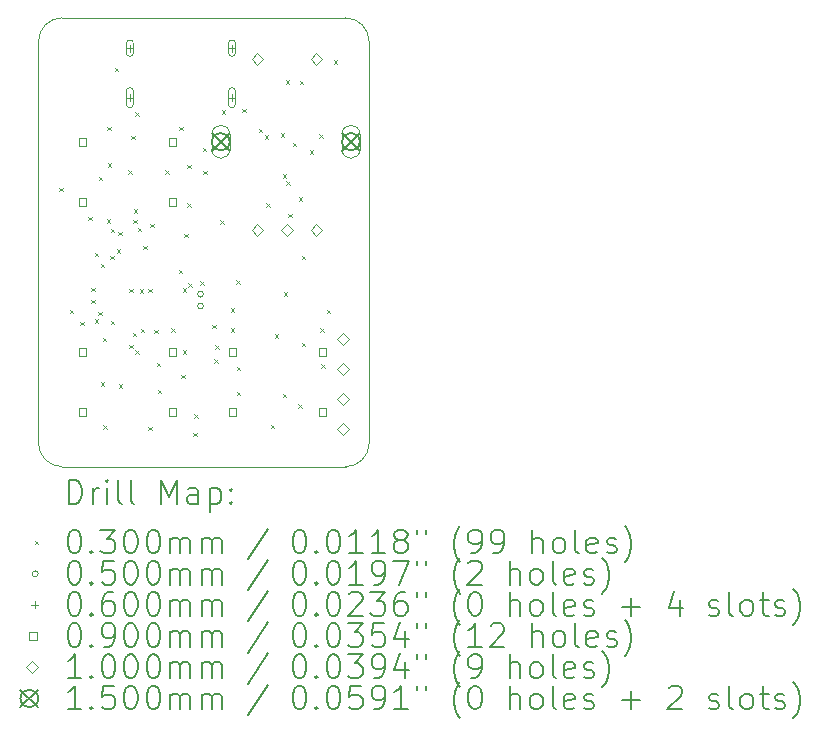
<source format=gbr>
%TF.GenerationSoftware,KiCad,Pcbnew,9.0.2*%
%TF.CreationDate,2025-12-31T10:57:56+01:00*%
%TF.ProjectId,synthmate_L432,73796e74-686d-4617-9465-5f4c3433322e,rev?*%
%TF.SameCoordinates,Original*%
%TF.FileFunction,Drillmap*%
%TF.FilePolarity,Positive*%
%FSLAX45Y45*%
G04 Gerber Fmt 4.5, Leading zero omitted, Abs format (unit mm)*
G04 Created by KiCad (PCBNEW 9.0.2) date 2025-12-31 10:57:56*
%MOMM*%
%LPD*%
G01*
G04 APERTURE LIST*
%ADD10C,0.050000*%
%ADD11C,0.200000*%
%ADD12C,0.100000*%
%ADD13C,0.150000*%
G04 APERTURE END LIST*
D10*
X12582000Y-7278000D02*
X12582000Y-10678000D01*
X15382000Y-10678000D02*
X15382000Y-7278000D01*
X12782000Y-10878000D02*
X15182000Y-10878000D01*
X15182000Y-7078000D02*
G75*
G02*
X15382000Y-7278000I0J-200000D01*
G01*
X15382000Y-10678000D02*
G75*
G02*
X15182000Y-10878000I-200000J0D01*
G01*
X12782000Y-10878000D02*
G75*
G02*
X12582000Y-10678000I0J200000D01*
G01*
X12582000Y-7278000D02*
G75*
G02*
X12782000Y-7078000I200000J0D01*
G01*
X12782000Y-7078000D02*
X15182000Y-7078000D01*
D11*
D12*
X12760090Y-8515530D02*
X12790090Y-8545530D01*
X12790090Y-8515530D02*
X12760090Y-8545530D01*
X12845110Y-9548170D02*
X12875110Y-9578170D01*
X12875110Y-9548170D02*
X12845110Y-9578170D01*
X12934300Y-9652000D02*
X12964300Y-9682000D01*
X12964300Y-9652000D02*
X12934300Y-9682000D01*
X12934336Y-9652000D02*
X12964336Y-9682000D01*
X12964336Y-9652000D02*
X12934336Y-9682000D01*
X13003000Y-8760000D02*
X13033000Y-8790000D01*
X13033000Y-8760000D02*
X13003000Y-8790000D01*
X13027000Y-9465000D02*
X13057000Y-9495000D01*
X13057000Y-9465000D02*
X13027000Y-9495000D01*
X13029000Y-9364000D02*
X13059000Y-9394000D01*
X13059000Y-9364000D02*
X13029000Y-9394000D01*
X13058670Y-9629170D02*
X13088670Y-9659170D01*
X13088670Y-9629170D02*
X13058670Y-9659170D01*
X13059020Y-9066850D02*
X13089020Y-9096850D01*
X13089020Y-9066850D02*
X13059020Y-9096850D01*
X13089000Y-9567000D02*
X13119000Y-9597000D01*
X13119000Y-9567000D02*
X13089000Y-9597000D01*
X13093800Y-8423520D02*
X13123800Y-8453520D01*
X13123800Y-8423520D02*
X13093800Y-8453520D01*
X13109000Y-10162000D02*
X13139000Y-10192000D01*
X13139000Y-10162000D02*
X13109000Y-10192000D01*
X13109040Y-9159120D02*
X13139040Y-9189120D01*
X13139040Y-9159120D02*
X13109040Y-9189120D01*
X13126500Y-9786500D02*
X13156500Y-9816500D01*
X13156500Y-9786500D02*
X13126500Y-9816500D01*
X13126543Y-9786500D02*
X13156543Y-9816500D01*
X13156543Y-9786500D02*
X13126543Y-9816500D01*
X13131000Y-10526120D02*
X13161000Y-10556120D01*
X13161000Y-10526120D02*
X13131000Y-10556120D01*
X13161000Y-8783000D02*
X13191000Y-8813000D01*
X13191000Y-8783000D02*
X13161000Y-8813000D01*
X13163500Y-8001000D02*
X13193500Y-8031000D01*
X13193500Y-8001000D02*
X13163500Y-8031000D01*
X13167000Y-8310000D02*
X13197000Y-8340000D01*
X13197000Y-8310000D02*
X13167000Y-8340000D01*
X13188870Y-9090870D02*
X13218870Y-9120870D01*
X13218870Y-9090870D02*
X13188870Y-9120870D01*
X13192400Y-9643430D02*
X13222400Y-9673430D01*
X13222400Y-9643430D02*
X13192400Y-9673430D01*
X13192433Y-9643433D02*
X13222433Y-9673433D01*
X13222433Y-9643433D02*
X13192433Y-9673433D01*
X13193000Y-8864000D02*
X13223000Y-8894000D01*
X13223000Y-8864000D02*
X13193000Y-8894000D01*
X13228000Y-7501000D02*
X13258000Y-7531000D01*
X13258000Y-7501000D02*
X13228000Y-7531000D01*
X13245000Y-9038000D02*
X13275000Y-9068000D01*
X13275000Y-9038000D02*
X13245000Y-9068000D01*
X13258830Y-8888270D02*
X13288830Y-8918270D01*
X13288830Y-8888270D02*
X13258830Y-8918270D01*
X13261000Y-10181450D02*
X13291000Y-10211450D01*
X13291000Y-10181450D02*
X13261000Y-10211450D01*
X13343260Y-8368260D02*
X13373260Y-8398260D01*
X13373260Y-8368260D02*
X13343260Y-8398260D01*
X13350230Y-9846880D02*
X13380230Y-9876880D01*
X13380230Y-9846880D02*
X13350230Y-9876880D01*
X13352000Y-9369610D02*
X13382000Y-9399610D01*
X13382000Y-9369610D02*
X13352000Y-9399610D01*
X13368000Y-8077000D02*
X13398000Y-8107000D01*
X13398000Y-8077000D02*
X13368000Y-8107000D01*
X13380540Y-9743210D02*
X13410540Y-9773210D01*
X13410540Y-9743210D02*
X13380540Y-9773210D01*
X13384930Y-8785700D02*
X13414930Y-8815700D01*
X13414930Y-8785700D02*
X13384930Y-8815700D01*
X13387000Y-8700000D02*
X13417000Y-8730000D01*
X13417000Y-8700000D02*
X13387000Y-8730000D01*
X13402000Y-7876000D02*
X13432000Y-7906000D01*
X13432000Y-7876000D02*
X13402000Y-7906000D01*
X13402570Y-9892270D02*
X13432570Y-9922270D01*
X13432570Y-9892270D02*
X13402570Y-9922270D01*
X13420760Y-8855350D02*
X13450760Y-8885350D01*
X13450760Y-8855350D02*
X13420760Y-8885350D01*
X13440000Y-9374000D02*
X13470000Y-9404000D01*
X13470000Y-9374000D02*
X13440000Y-9404000D01*
X13449140Y-9710410D02*
X13479140Y-9740410D01*
X13479140Y-9710410D02*
X13449140Y-9740410D01*
X13470770Y-9007790D02*
X13500770Y-9037790D01*
X13500770Y-9007790D02*
X13470770Y-9037790D01*
X13510000Y-9369610D02*
X13540000Y-9399610D01*
X13540000Y-9369610D02*
X13510000Y-9399610D01*
X13510000Y-10541000D02*
X13540000Y-10571000D01*
X13540000Y-10541000D02*
X13510000Y-10571000D01*
X13529450Y-8822040D02*
X13559450Y-8852040D01*
X13559450Y-8822040D02*
X13529450Y-8852040D01*
X13564110Y-9719390D02*
X13594110Y-9749390D01*
X13594110Y-9719390D02*
X13564110Y-9749390D01*
X13582920Y-9997850D02*
X13612920Y-10027850D01*
X13612920Y-9997850D02*
X13582920Y-10027850D01*
X13591000Y-10225000D02*
X13621000Y-10255000D01*
X13621000Y-10225000D02*
X13591000Y-10255000D01*
X13654000Y-8368260D02*
X13684000Y-8398260D01*
X13684000Y-8368260D02*
X13654000Y-8398260D01*
X13706950Y-9704820D02*
X13736950Y-9734820D01*
X13736950Y-9704820D02*
X13706950Y-9734820D01*
X13768392Y-9208894D02*
X13798392Y-9238894D01*
X13798392Y-9208894D02*
X13768392Y-9238894D01*
X13768400Y-9208890D02*
X13798400Y-9238890D01*
X13798400Y-9208890D02*
X13768400Y-9238890D01*
X13774000Y-8001000D02*
X13804000Y-8031000D01*
X13804000Y-8001000D02*
X13774000Y-8031000D01*
X13790000Y-10100000D02*
X13820000Y-10130000D01*
X13820000Y-10100000D02*
X13790000Y-10130000D01*
X13802000Y-9891000D02*
X13832000Y-9921000D01*
X13832000Y-9891000D02*
X13802000Y-9921000D01*
X13802400Y-9367180D02*
X13832400Y-9397180D01*
X13832400Y-9367180D02*
X13802400Y-9397180D01*
X13802418Y-9367184D02*
X13832418Y-9397184D01*
X13832418Y-9367184D02*
X13802418Y-9397184D01*
X13816220Y-8907190D02*
X13846220Y-8937190D01*
X13846220Y-8907190D02*
X13816220Y-8937190D01*
X13840000Y-8322000D02*
X13870000Y-8352000D01*
X13870000Y-8322000D02*
X13840000Y-8352000D01*
X13843630Y-8647980D02*
X13873630Y-8677980D01*
X13873630Y-8647980D02*
X13843630Y-8677980D01*
X13851000Y-9324000D02*
X13881000Y-9354000D01*
X13881000Y-9324000D02*
X13851000Y-9354000D01*
X13892000Y-10592000D02*
X13922000Y-10622000D01*
X13922000Y-10592000D02*
X13892000Y-10622000D01*
X13902000Y-10434000D02*
X13932000Y-10464000D01*
X13932000Y-10434000D02*
X13902000Y-10464000D01*
X13951000Y-9309000D02*
X13981000Y-9339000D01*
X13981000Y-9309000D02*
X13951000Y-9339000D01*
X13971000Y-8177000D02*
X14001000Y-8207000D01*
X14001000Y-8177000D02*
X13971000Y-8207000D01*
X13975500Y-8373250D02*
X14005500Y-8403250D01*
X14005500Y-8373250D02*
X13975500Y-8403250D01*
X14052000Y-9677000D02*
X14082000Y-9707000D01*
X14082000Y-9677000D02*
X14052000Y-9707000D01*
X14069260Y-9968150D02*
X14099260Y-9998150D01*
X14099260Y-9968150D02*
X14069260Y-9998150D01*
X14078690Y-9849790D02*
X14108690Y-9879790D01*
X14108690Y-9849790D02*
X14078690Y-9879790D01*
X14121000Y-8792000D02*
X14151000Y-8822000D01*
X14151000Y-8792000D02*
X14121000Y-8822000D01*
X14135500Y-7858500D02*
X14165500Y-7888500D01*
X14165500Y-7858500D02*
X14135500Y-7888500D01*
X14210000Y-9537000D02*
X14240000Y-9567000D01*
X14240000Y-9537000D02*
X14210000Y-9567000D01*
X14210000Y-9707000D02*
X14240000Y-9737000D01*
X14240000Y-9707000D02*
X14210000Y-9737000D01*
X14257710Y-9299990D02*
X14287710Y-9329990D01*
X14287710Y-9299990D02*
X14257710Y-9329990D01*
X14259320Y-10030280D02*
X14289320Y-10060280D01*
X14289320Y-10030280D02*
X14259320Y-10060280D01*
X14261860Y-10244580D02*
X14291860Y-10274580D01*
X14291860Y-10244580D02*
X14261860Y-10274580D01*
X14306000Y-7849000D02*
X14336000Y-7879000D01*
X14336000Y-7849000D02*
X14306000Y-7879000D01*
X14447000Y-8018000D02*
X14477000Y-8048000D01*
X14477000Y-8018000D02*
X14447000Y-8048000D01*
X14497020Y-8071430D02*
X14527020Y-8101430D01*
X14527020Y-8071430D02*
X14497020Y-8101430D01*
X14512000Y-8647000D02*
X14542000Y-8677000D01*
X14542000Y-8647000D02*
X14512000Y-8677000D01*
X14547000Y-10521000D02*
X14577000Y-10551000D01*
X14577000Y-10521000D02*
X14547000Y-10551000D01*
X14582000Y-9755000D02*
X14612000Y-9785000D01*
X14612000Y-9755000D02*
X14582000Y-9785000D01*
X14632000Y-8054000D02*
X14662000Y-8084000D01*
X14662000Y-8054000D02*
X14632000Y-8084000D01*
X14652000Y-10259000D02*
X14682000Y-10289000D01*
X14682000Y-10259000D02*
X14652000Y-10289000D01*
X14652000Y-8401000D02*
X14682000Y-8431000D01*
X14682000Y-8401000D02*
X14652000Y-8431000D01*
X14658000Y-9403000D02*
X14688000Y-9433000D01*
X14688000Y-9403000D02*
X14658000Y-9433000D01*
X14677000Y-7605000D02*
X14707000Y-7635000D01*
X14707000Y-7605000D02*
X14677000Y-7635000D01*
X14679432Y-8459928D02*
X14709432Y-8489928D01*
X14709432Y-8459928D02*
X14679432Y-8489928D01*
X14698000Y-8736000D02*
X14728000Y-8766000D01*
X14728000Y-8736000D02*
X14698000Y-8766000D01*
X14734000Y-8134000D02*
X14764000Y-8164000D01*
X14764000Y-8134000D02*
X14734000Y-8164000D01*
X14782181Y-10349000D02*
X14812181Y-10379000D01*
X14812181Y-10349000D02*
X14782181Y-10379000D01*
X14787000Y-8595000D02*
X14817000Y-8625000D01*
X14817000Y-8595000D02*
X14787000Y-8625000D01*
X14793000Y-7612000D02*
X14823000Y-7642000D01*
X14823000Y-7612000D02*
X14793000Y-7642000D01*
X14812000Y-9829000D02*
X14842000Y-9859000D01*
X14842000Y-9829000D02*
X14812000Y-9859000D01*
X14813000Y-9093000D02*
X14843000Y-9123000D01*
X14843000Y-9093000D02*
X14813000Y-9123000D01*
X14877000Y-8201000D02*
X14907000Y-8231000D01*
X14907000Y-8201000D02*
X14877000Y-8231000D01*
X14958000Y-8065000D02*
X14988000Y-8095000D01*
X14988000Y-8065000D02*
X14958000Y-8095000D01*
X14965442Y-9705054D02*
X14995442Y-9735054D01*
X14995442Y-9705054D02*
X14965442Y-9735054D01*
X14978000Y-10011000D02*
X15008000Y-10041000D01*
X15008000Y-10011000D02*
X14978000Y-10041000D01*
X15022000Y-9548000D02*
X15052000Y-9578000D01*
X15052000Y-9548000D02*
X15022000Y-9578000D01*
X15082000Y-7436000D02*
X15112000Y-7466000D01*
X15112000Y-7436000D02*
X15082000Y-7466000D01*
X13980000Y-9417000D02*
G75*
G02*
X13930000Y-9417000I-25000J0D01*
G01*
X13930000Y-9417000D02*
G75*
G02*
X13980000Y-9417000I25000J0D01*
G01*
X13980000Y-9517000D02*
G75*
G02*
X13930000Y-9517000I-25000J0D01*
G01*
X13930000Y-9517000D02*
G75*
G02*
X13980000Y-9517000I25000J0D01*
G01*
X13356000Y-7305000D02*
X13356000Y-7365000D01*
X13326000Y-7335000D02*
X13386000Y-7335000D01*
X13386000Y-7375000D02*
X13386000Y-7295000D01*
X13326000Y-7295000D02*
G75*
G02*
X13386000Y-7295000I30000J0D01*
G01*
X13326000Y-7295000D02*
X13326000Y-7375000D01*
X13326000Y-7375000D02*
G75*
G03*
X13386000Y-7375000I30000J0D01*
G01*
X13356000Y-7723000D02*
X13356000Y-7783000D01*
X13326000Y-7753000D02*
X13386000Y-7753000D01*
X13386000Y-7808000D02*
X13386000Y-7698000D01*
X13326000Y-7698000D02*
G75*
G02*
X13386000Y-7698000I30000J0D01*
G01*
X13326000Y-7698000D02*
X13326000Y-7808000D01*
X13326000Y-7808000D02*
G75*
G03*
X13386000Y-7808000I30000J0D01*
G01*
X14220000Y-7305000D02*
X14220000Y-7365000D01*
X14190000Y-7335000D02*
X14250000Y-7335000D01*
X14250000Y-7375000D02*
X14250000Y-7295000D01*
X14190000Y-7295000D02*
G75*
G02*
X14250000Y-7295000I30000J0D01*
G01*
X14190000Y-7295000D02*
X14190000Y-7375000D01*
X14190000Y-7375000D02*
G75*
G03*
X14250000Y-7375000I30000J0D01*
G01*
X14220000Y-7723000D02*
X14220000Y-7783000D01*
X14190000Y-7753000D02*
X14250000Y-7753000D01*
X14250000Y-7808000D02*
X14250000Y-7698000D01*
X14190000Y-7698000D02*
G75*
G02*
X14250000Y-7698000I30000J0D01*
G01*
X14190000Y-7698000D02*
X14190000Y-7808000D01*
X14190000Y-7808000D02*
G75*
G03*
X14250000Y-7808000I30000J0D01*
G01*
X12985820Y-8159820D02*
X12985820Y-8096180D01*
X12922180Y-8096180D01*
X12922180Y-8159820D01*
X12985820Y-8159820D01*
X12985820Y-8667820D02*
X12985820Y-8604180D01*
X12922180Y-8604180D01*
X12922180Y-8667820D01*
X12985820Y-8667820D01*
X12985820Y-9937820D02*
X12985820Y-9874180D01*
X12922180Y-9874180D01*
X12922180Y-9937820D01*
X12985820Y-9937820D01*
X12985820Y-10445820D02*
X12985820Y-10382180D01*
X12922180Y-10382180D01*
X12922180Y-10445820D01*
X12985820Y-10445820D01*
X13747820Y-8159820D02*
X13747820Y-8096180D01*
X13684180Y-8096180D01*
X13684180Y-8159820D01*
X13747820Y-8159820D01*
X13747820Y-8667820D02*
X13747820Y-8604180D01*
X13684180Y-8604180D01*
X13684180Y-8667820D01*
X13747820Y-8667820D01*
X13747820Y-9937820D02*
X13747820Y-9874180D01*
X13684180Y-9874180D01*
X13684180Y-9937820D01*
X13747820Y-9937820D01*
X13747820Y-10445820D02*
X13747820Y-10382180D01*
X13684180Y-10382180D01*
X13684180Y-10445820D01*
X13747820Y-10445820D01*
X14255820Y-9937820D02*
X14255820Y-9874180D01*
X14192180Y-9874180D01*
X14192180Y-9937820D01*
X14255820Y-9937820D01*
X14255820Y-10445820D02*
X14255820Y-10382180D01*
X14192180Y-10382180D01*
X14192180Y-10445820D01*
X14255820Y-10445820D01*
X15017820Y-9937820D02*
X15017820Y-9874180D01*
X14954180Y-9874180D01*
X14954180Y-9937820D01*
X15017820Y-9937820D01*
X15017820Y-10445820D02*
X15017820Y-10382180D01*
X14954180Y-10382180D01*
X14954180Y-10445820D01*
X15017820Y-10445820D01*
X14436000Y-7477000D02*
X14486000Y-7427000D01*
X14436000Y-7377000D01*
X14386000Y-7427000D01*
X14436000Y-7477000D01*
X14436000Y-8927000D02*
X14486000Y-8877000D01*
X14436000Y-8827000D01*
X14386000Y-8877000D01*
X14436000Y-8927000D01*
X14686000Y-8927000D02*
X14736000Y-8877000D01*
X14686000Y-8827000D01*
X14636000Y-8877000D01*
X14686000Y-8927000D01*
X14936000Y-7477000D02*
X14986000Y-7427000D01*
X14936000Y-7377000D01*
X14886000Y-7427000D01*
X14936000Y-7477000D01*
X14936000Y-8927000D02*
X14986000Y-8877000D01*
X14936000Y-8827000D01*
X14886000Y-8877000D01*
X14936000Y-8927000D01*
X15161000Y-9848000D02*
X15211000Y-9798000D01*
X15161000Y-9748000D01*
X15111000Y-9798000D01*
X15161000Y-9848000D01*
X15161000Y-10102000D02*
X15211000Y-10052000D01*
X15161000Y-10002000D01*
X15111000Y-10052000D01*
X15161000Y-10102000D01*
X15161000Y-10356000D02*
X15211000Y-10306000D01*
X15161000Y-10256000D01*
X15111000Y-10306000D01*
X15161000Y-10356000D01*
X15161000Y-10610000D02*
X15211000Y-10560000D01*
X15161000Y-10510000D01*
X15111000Y-10560000D01*
X15161000Y-10610000D01*
D13*
X14051000Y-8052000D02*
X14201000Y-8202000D01*
X14201000Y-8052000D02*
X14051000Y-8202000D01*
X14201000Y-8127000D02*
G75*
G02*
X14051000Y-8127000I-75000J0D01*
G01*
X14051000Y-8127000D02*
G75*
G02*
X14201000Y-8127000I75000J0D01*
G01*
D12*
X14201000Y-8192000D02*
X14201000Y-8062000D01*
X14051000Y-8062000D02*
G75*
G02*
X14201000Y-8062000I75000J0D01*
G01*
X14051000Y-8062000D02*
X14051000Y-8192000D01*
X14051000Y-8192000D02*
G75*
G03*
X14201000Y-8192000I75000J0D01*
G01*
D13*
X15153000Y-8052000D02*
X15303000Y-8202000D01*
X15303000Y-8052000D02*
X15153000Y-8202000D01*
X15303000Y-8127000D02*
G75*
G02*
X15153000Y-8127000I-75000J0D01*
G01*
X15153000Y-8127000D02*
G75*
G02*
X15303000Y-8127000I75000J0D01*
G01*
D12*
X15303000Y-8192000D02*
X15303000Y-8062000D01*
X15153000Y-8062000D02*
G75*
G02*
X15303000Y-8062000I75000J0D01*
G01*
X15153000Y-8062000D02*
X15153000Y-8192000D01*
X15153000Y-8192000D02*
G75*
G03*
X15303000Y-8192000I75000J0D01*
G01*
D11*
X12840277Y-11191984D02*
X12840277Y-10991984D01*
X12840277Y-10991984D02*
X12887896Y-10991984D01*
X12887896Y-10991984D02*
X12916467Y-11001508D01*
X12916467Y-11001508D02*
X12935515Y-11020555D01*
X12935515Y-11020555D02*
X12945039Y-11039603D01*
X12945039Y-11039603D02*
X12954562Y-11077698D01*
X12954562Y-11077698D02*
X12954562Y-11106270D01*
X12954562Y-11106270D02*
X12945039Y-11144365D01*
X12945039Y-11144365D02*
X12935515Y-11163412D01*
X12935515Y-11163412D02*
X12916467Y-11182460D01*
X12916467Y-11182460D02*
X12887896Y-11191984D01*
X12887896Y-11191984D02*
X12840277Y-11191984D01*
X13040277Y-11191984D02*
X13040277Y-11058650D01*
X13040277Y-11096746D02*
X13049801Y-11077698D01*
X13049801Y-11077698D02*
X13059324Y-11068174D01*
X13059324Y-11068174D02*
X13078372Y-11058650D01*
X13078372Y-11058650D02*
X13097420Y-11058650D01*
X13164086Y-11191984D02*
X13164086Y-11058650D01*
X13164086Y-10991984D02*
X13154562Y-11001508D01*
X13154562Y-11001508D02*
X13164086Y-11011031D01*
X13164086Y-11011031D02*
X13173610Y-11001508D01*
X13173610Y-11001508D02*
X13164086Y-10991984D01*
X13164086Y-10991984D02*
X13164086Y-11011031D01*
X13287896Y-11191984D02*
X13268848Y-11182460D01*
X13268848Y-11182460D02*
X13259324Y-11163412D01*
X13259324Y-11163412D02*
X13259324Y-10991984D01*
X13392658Y-11191984D02*
X13373610Y-11182460D01*
X13373610Y-11182460D02*
X13364086Y-11163412D01*
X13364086Y-11163412D02*
X13364086Y-10991984D01*
X13621229Y-11191984D02*
X13621229Y-10991984D01*
X13621229Y-10991984D02*
X13687896Y-11134841D01*
X13687896Y-11134841D02*
X13754562Y-10991984D01*
X13754562Y-10991984D02*
X13754562Y-11191984D01*
X13935515Y-11191984D02*
X13935515Y-11087222D01*
X13935515Y-11087222D02*
X13925991Y-11068174D01*
X13925991Y-11068174D02*
X13906943Y-11058650D01*
X13906943Y-11058650D02*
X13868848Y-11058650D01*
X13868848Y-11058650D02*
X13849801Y-11068174D01*
X13935515Y-11182460D02*
X13916467Y-11191984D01*
X13916467Y-11191984D02*
X13868848Y-11191984D01*
X13868848Y-11191984D02*
X13849801Y-11182460D01*
X13849801Y-11182460D02*
X13840277Y-11163412D01*
X13840277Y-11163412D02*
X13840277Y-11144365D01*
X13840277Y-11144365D02*
X13849801Y-11125317D01*
X13849801Y-11125317D02*
X13868848Y-11115793D01*
X13868848Y-11115793D02*
X13916467Y-11115793D01*
X13916467Y-11115793D02*
X13935515Y-11106270D01*
X14030753Y-11058650D02*
X14030753Y-11258650D01*
X14030753Y-11068174D02*
X14049801Y-11058650D01*
X14049801Y-11058650D02*
X14087896Y-11058650D01*
X14087896Y-11058650D02*
X14106943Y-11068174D01*
X14106943Y-11068174D02*
X14116467Y-11077698D01*
X14116467Y-11077698D02*
X14125991Y-11096746D01*
X14125991Y-11096746D02*
X14125991Y-11153889D01*
X14125991Y-11153889D02*
X14116467Y-11172936D01*
X14116467Y-11172936D02*
X14106943Y-11182460D01*
X14106943Y-11182460D02*
X14087896Y-11191984D01*
X14087896Y-11191984D02*
X14049801Y-11191984D01*
X14049801Y-11191984D02*
X14030753Y-11182460D01*
X14211705Y-11172936D02*
X14221229Y-11182460D01*
X14221229Y-11182460D02*
X14211705Y-11191984D01*
X14211705Y-11191984D02*
X14202182Y-11182460D01*
X14202182Y-11182460D02*
X14211705Y-11172936D01*
X14211705Y-11172936D02*
X14211705Y-11191984D01*
X14211705Y-11068174D02*
X14221229Y-11077698D01*
X14221229Y-11077698D02*
X14211705Y-11087222D01*
X14211705Y-11087222D02*
X14202182Y-11077698D01*
X14202182Y-11077698D02*
X14211705Y-11068174D01*
X14211705Y-11068174D02*
X14211705Y-11087222D01*
D12*
X12549500Y-11505500D02*
X12579500Y-11535500D01*
X12579500Y-11505500D02*
X12549500Y-11535500D01*
D11*
X12878372Y-11411984D02*
X12897420Y-11411984D01*
X12897420Y-11411984D02*
X12916467Y-11421508D01*
X12916467Y-11421508D02*
X12925991Y-11431031D01*
X12925991Y-11431031D02*
X12935515Y-11450079D01*
X12935515Y-11450079D02*
X12945039Y-11488174D01*
X12945039Y-11488174D02*
X12945039Y-11535793D01*
X12945039Y-11535793D02*
X12935515Y-11573888D01*
X12935515Y-11573888D02*
X12925991Y-11592936D01*
X12925991Y-11592936D02*
X12916467Y-11602460D01*
X12916467Y-11602460D02*
X12897420Y-11611984D01*
X12897420Y-11611984D02*
X12878372Y-11611984D01*
X12878372Y-11611984D02*
X12859324Y-11602460D01*
X12859324Y-11602460D02*
X12849801Y-11592936D01*
X12849801Y-11592936D02*
X12840277Y-11573888D01*
X12840277Y-11573888D02*
X12830753Y-11535793D01*
X12830753Y-11535793D02*
X12830753Y-11488174D01*
X12830753Y-11488174D02*
X12840277Y-11450079D01*
X12840277Y-11450079D02*
X12849801Y-11431031D01*
X12849801Y-11431031D02*
X12859324Y-11421508D01*
X12859324Y-11421508D02*
X12878372Y-11411984D01*
X13030753Y-11592936D02*
X13040277Y-11602460D01*
X13040277Y-11602460D02*
X13030753Y-11611984D01*
X13030753Y-11611984D02*
X13021229Y-11602460D01*
X13021229Y-11602460D02*
X13030753Y-11592936D01*
X13030753Y-11592936D02*
X13030753Y-11611984D01*
X13106943Y-11411984D02*
X13230753Y-11411984D01*
X13230753Y-11411984D02*
X13164086Y-11488174D01*
X13164086Y-11488174D02*
X13192658Y-11488174D01*
X13192658Y-11488174D02*
X13211705Y-11497698D01*
X13211705Y-11497698D02*
X13221229Y-11507222D01*
X13221229Y-11507222D02*
X13230753Y-11526269D01*
X13230753Y-11526269D02*
X13230753Y-11573888D01*
X13230753Y-11573888D02*
X13221229Y-11592936D01*
X13221229Y-11592936D02*
X13211705Y-11602460D01*
X13211705Y-11602460D02*
X13192658Y-11611984D01*
X13192658Y-11611984D02*
X13135515Y-11611984D01*
X13135515Y-11611984D02*
X13116467Y-11602460D01*
X13116467Y-11602460D02*
X13106943Y-11592936D01*
X13354562Y-11411984D02*
X13373610Y-11411984D01*
X13373610Y-11411984D02*
X13392658Y-11421508D01*
X13392658Y-11421508D02*
X13402182Y-11431031D01*
X13402182Y-11431031D02*
X13411705Y-11450079D01*
X13411705Y-11450079D02*
X13421229Y-11488174D01*
X13421229Y-11488174D02*
X13421229Y-11535793D01*
X13421229Y-11535793D02*
X13411705Y-11573888D01*
X13411705Y-11573888D02*
X13402182Y-11592936D01*
X13402182Y-11592936D02*
X13392658Y-11602460D01*
X13392658Y-11602460D02*
X13373610Y-11611984D01*
X13373610Y-11611984D02*
X13354562Y-11611984D01*
X13354562Y-11611984D02*
X13335515Y-11602460D01*
X13335515Y-11602460D02*
X13325991Y-11592936D01*
X13325991Y-11592936D02*
X13316467Y-11573888D01*
X13316467Y-11573888D02*
X13306943Y-11535793D01*
X13306943Y-11535793D02*
X13306943Y-11488174D01*
X13306943Y-11488174D02*
X13316467Y-11450079D01*
X13316467Y-11450079D02*
X13325991Y-11431031D01*
X13325991Y-11431031D02*
X13335515Y-11421508D01*
X13335515Y-11421508D02*
X13354562Y-11411984D01*
X13545039Y-11411984D02*
X13564086Y-11411984D01*
X13564086Y-11411984D02*
X13583134Y-11421508D01*
X13583134Y-11421508D02*
X13592658Y-11431031D01*
X13592658Y-11431031D02*
X13602182Y-11450079D01*
X13602182Y-11450079D02*
X13611705Y-11488174D01*
X13611705Y-11488174D02*
X13611705Y-11535793D01*
X13611705Y-11535793D02*
X13602182Y-11573888D01*
X13602182Y-11573888D02*
X13592658Y-11592936D01*
X13592658Y-11592936D02*
X13583134Y-11602460D01*
X13583134Y-11602460D02*
X13564086Y-11611984D01*
X13564086Y-11611984D02*
X13545039Y-11611984D01*
X13545039Y-11611984D02*
X13525991Y-11602460D01*
X13525991Y-11602460D02*
X13516467Y-11592936D01*
X13516467Y-11592936D02*
X13506943Y-11573888D01*
X13506943Y-11573888D02*
X13497420Y-11535793D01*
X13497420Y-11535793D02*
X13497420Y-11488174D01*
X13497420Y-11488174D02*
X13506943Y-11450079D01*
X13506943Y-11450079D02*
X13516467Y-11431031D01*
X13516467Y-11431031D02*
X13525991Y-11421508D01*
X13525991Y-11421508D02*
X13545039Y-11411984D01*
X13697420Y-11611984D02*
X13697420Y-11478650D01*
X13697420Y-11497698D02*
X13706943Y-11488174D01*
X13706943Y-11488174D02*
X13725991Y-11478650D01*
X13725991Y-11478650D02*
X13754563Y-11478650D01*
X13754563Y-11478650D02*
X13773610Y-11488174D01*
X13773610Y-11488174D02*
X13783134Y-11507222D01*
X13783134Y-11507222D02*
X13783134Y-11611984D01*
X13783134Y-11507222D02*
X13792658Y-11488174D01*
X13792658Y-11488174D02*
X13811705Y-11478650D01*
X13811705Y-11478650D02*
X13840277Y-11478650D01*
X13840277Y-11478650D02*
X13859324Y-11488174D01*
X13859324Y-11488174D02*
X13868848Y-11507222D01*
X13868848Y-11507222D02*
X13868848Y-11611984D01*
X13964086Y-11611984D02*
X13964086Y-11478650D01*
X13964086Y-11497698D02*
X13973610Y-11488174D01*
X13973610Y-11488174D02*
X13992658Y-11478650D01*
X13992658Y-11478650D02*
X14021229Y-11478650D01*
X14021229Y-11478650D02*
X14040277Y-11488174D01*
X14040277Y-11488174D02*
X14049801Y-11507222D01*
X14049801Y-11507222D02*
X14049801Y-11611984D01*
X14049801Y-11507222D02*
X14059324Y-11488174D01*
X14059324Y-11488174D02*
X14078372Y-11478650D01*
X14078372Y-11478650D02*
X14106943Y-11478650D01*
X14106943Y-11478650D02*
X14125991Y-11488174D01*
X14125991Y-11488174D02*
X14135515Y-11507222D01*
X14135515Y-11507222D02*
X14135515Y-11611984D01*
X14525991Y-11402460D02*
X14354563Y-11659603D01*
X14783134Y-11411984D02*
X14802182Y-11411984D01*
X14802182Y-11411984D02*
X14821229Y-11421508D01*
X14821229Y-11421508D02*
X14830753Y-11431031D01*
X14830753Y-11431031D02*
X14840277Y-11450079D01*
X14840277Y-11450079D02*
X14849801Y-11488174D01*
X14849801Y-11488174D02*
X14849801Y-11535793D01*
X14849801Y-11535793D02*
X14840277Y-11573888D01*
X14840277Y-11573888D02*
X14830753Y-11592936D01*
X14830753Y-11592936D02*
X14821229Y-11602460D01*
X14821229Y-11602460D02*
X14802182Y-11611984D01*
X14802182Y-11611984D02*
X14783134Y-11611984D01*
X14783134Y-11611984D02*
X14764086Y-11602460D01*
X14764086Y-11602460D02*
X14754563Y-11592936D01*
X14754563Y-11592936D02*
X14745039Y-11573888D01*
X14745039Y-11573888D02*
X14735515Y-11535793D01*
X14735515Y-11535793D02*
X14735515Y-11488174D01*
X14735515Y-11488174D02*
X14745039Y-11450079D01*
X14745039Y-11450079D02*
X14754563Y-11431031D01*
X14754563Y-11431031D02*
X14764086Y-11421508D01*
X14764086Y-11421508D02*
X14783134Y-11411984D01*
X14935515Y-11592936D02*
X14945039Y-11602460D01*
X14945039Y-11602460D02*
X14935515Y-11611984D01*
X14935515Y-11611984D02*
X14925991Y-11602460D01*
X14925991Y-11602460D02*
X14935515Y-11592936D01*
X14935515Y-11592936D02*
X14935515Y-11611984D01*
X15068848Y-11411984D02*
X15087896Y-11411984D01*
X15087896Y-11411984D02*
X15106944Y-11421508D01*
X15106944Y-11421508D02*
X15116467Y-11431031D01*
X15116467Y-11431031D02*
X15125991Y-11450079D01*
X15125991Y-11450079D02*
X15135515Y-11488174D01*
X15135515Y-11488174D02*
X15135515Y-11535793D01*
X15135515Y-11535793D02*
X15125991Y-11573888D01*
X15125991Y-11573888D02*
X15116467Y-11592936D01*
X15116467Y-11592936D02*
X15106944Y-11602460D01*
X15106944Y-11602460D02*
X15087896Y-11611984D01*
X15087896Y-11611984D02*
X15068848Y-11611984D01*
X15068848Y-11611984D02*
X15049801Y-11602460D01*
X15049801Y-11602460D02*
X15040277Y-11592936D01*
X15040277Y-11592936D02*
X15030753Y-11573888D01*
X15030753Y-11573888D02*
X15021229Y-11535793D01*
X15021229Y-11535793D02*
X15021229Y-11488174D01*
X15021229Y-11488174D02*
X15030753Y-11450079D01*
X15030753Y-11450079D02*
X15040277Y-11431031D01*
X15040277Y-11431031D02*
X15049801Y-11421508D01*
X15049801Y-11421508D02*
X15068848Y-11411984D01*
X15325991Y-11611984D02*
X15211706Y-11611984D01*
X15268848Y-11611984D02*
X15268848Y-11411984D01*
X15268848Y-11411984D02*
X15249801Y-11440555D01*
X15249801Y-11440555D02*
X15230753Y-11459603D01*
X15230753Y-11459603D02*
X15211706Y-11469127D01*
X15516467Y-11611984D02*
X15402182Y-11611984D01*
X15459325Y-11611984D02*
X15459325Y-11411984D01*
X15459325Y-11411984D02*
X15440277Y-11440555D01*
X15440277Y-11440555D02*
X15421229Y-11459603D01*
X15421229Y-11459603D02*
X15402182Y-11469127D01*
X15630753Y-11497698D02*
X15611706Y-11488174D01*
X15611706Y-11488174D02*
X15602182Y-11478650D01*
X15602182Y-11478650D02*
X15592658Y-11459603D01*
X15592658Y-11459603D02*
X15592658Y-11450079D01*
X15592658Y-11450079D02*
X15602182Y-11431031D01*
X15602182Y-11431031D02*
X15611706Y-11421508D01*
X15611706Y-11421508D02*
X15630753Y-11411984D01*
X15630753Y-11411984D02*
X15668848Y-11411984D01*
X15668848Y-11411984D02*
X15687896Y-11421508D01*
X15687896Y-11421508D02*
X15697420Y-11431031D01*
X15697420Y-11431031D02*
X15706944Y-11450079D01*
X15706944Y-11450079D02*
X15706944Y-11459603D01*
X15706944Y-11459603D02*
X15697420Y-11478650D01*
X15697420Y-11478650D02*
X15687896Y-11488174D01*
X15687896Y-11488174D02*
X15668848Y-11497698D01*
X15668848Y-11497698D02*
X15630753Y-11497698D01*
X15630753Y-11497698D02*
X15611706Y-11507222D01*
X15611706Y-11507222D02*
X15602182Y-11516746D01*
X15602182Y-11516746D02*
X15592658Y-11535793D01*
X15592658Y-11535793D02*
X15592658Y-11573888D01*
X15592658Y-11573888D02*
X15602182Y-11592936D01*
X15602182Y-11592936D02*
X15611706Y-11602460D01*
X15611706Y-11602460D02*
X15630753Y-11611984D01*
X15630753Y-11611984D02*
X15668848Y-11611984D01*
X15668848Y-11611984D02*
X15687896Y-11602460D01*
X15687896Y-11602460D02*
X15697420Y-11592936D01*
X15697420Y-11592936D02*
X15706944Y-11573888D01*
X15706944Y-11573888D02*
X15706944Y-11535793D01*
X15706944Y-11535793D02*
X15697420Y-11516746D01*
X15697420Y-11516746D02*
X15687896Y-11507222D01*
X15687896Y-11507222D02*
X15668848Y-11497698D01*
X15783134Y-11411984D02*
X15783134Y-11450079D01*
X15859325Y-11411984D02*
X15859325Y-11450079D01*
X16154563Y-11688174D02*
X16145039Y-11678650D01*
X16145039Y-11678650D02*
X16125991Y-11650079D01*
X16125991Y-11650079D02*
X16116468Y-11631031D01*
X16116468Y-11631031D02*
X16106944Y-11602460D01*
X16106944Y-11602460D02*
X16097420Y-11554841D01*
X16097420Y-11554841D02*
X16097420Y-11516746D01*
X16097420Y-11516746D02*
X16106944Y-11469127D01*
X16106944Y-11469127D02*
X16116468Y-11440555D01*
X16116468Y-11440555D02*
X16125991Y-11421508D01*
X16125991Y-11421508D02*
X16145039Y-11392936D01*
X16145039Y-11392936D02*
X16154563Y-11383412D01*
X16240277Y-11611984D02*
X16278372Y-11611984D01*
X16278372Y-11611984D02*
X16297420Y-11602460D01*
X16297420Y-11602460D02*
X16306944Y-11592936D01*
X16306944Y-11592936D02*
X16325991Y-11564365D01*
X16325991Y-11564365D02*
X16335515Y-11526269D01*
X16335515Y-11526269D02*
X16335515Y-11450079D01*
X16335515Y-11450079D02*
X16325991Y-11431031D01*
X16325991Y-11431031D02*
X16316468Y-11421508D01*
X16316468Y-11421508D02*
X16297420Y-11411984D01*
X16297420Y-11411984D02*
X16259325Y-11411984D01*
X16259325Y-11411984D02*
X16240277Y-11421508D01*
X16240277Y-11421508D02*
X16230753Y-11431031D01*
X16230753Y-11431031D02*
X16221229Y-11450079D01*
X16221229Y-11450079D02*
X16221229Y-11497698D01*
X16221229Y-11497698D02*
X16230753Y-11516746D01*
X16230753Y-11516746D02*
X16240277Y-11526269D01*
X16240277Y-11526269D02*
X16259325Y-11535793D01*
X16259325Y-11535793D02*
X16297420Y-11535793D01*
X16297420Y-11535793D02*
X16316468Y-11526269D01*
X16316468Y-11526269D02*
X16325991Y-11516746D01*
X16325991Y-11516746D02*
X16335515Y-11497698D01*
X16430753Y-11611984D02*
X16468848Y-11611984D01*
X16468848Y-11611984D02*
X16487896Y-11602460D01*
X16487896Y-11602460D02*
X16497420Y-11592936D01*
X16497420Y-11592936D02*
X16516468Y-11564365D01*
X16516468Y-11564365D02*
X16525991Y-11526269D01*
X16525991Y-11526269D02*
X16525991Y-11450079D01*
X16525991Y-11450079D02*
X16516468Y-11431031D01*
X16516468Y-11431031D02*
X16506944Y-11421508D01*
X16506944Y-11421508D02*
X16487896Y-11411984D01*
X16487896Y-11411984D02*
X16449801Y-11411984D01*
X16449801Y-11411984D02*
X16430753Y-11421508D01*
X16430753Y-11421508D02*
X16421229Y-11431031D01*
X16421229Y-11431031D02*
X16411706Y-11450079D01*
X16411706Y-11450079D02*
X16411706Y-11497698D01*
X16411706Y-11497698D02*
X16421229Y-11516746D01*
X16421229Y-11516746D02*
X16430753Y-11526269D01*
X16430753Y-11526269D02*
X16449801Y-11535793D01*
X16449801Y-11535793D02*
X16487896Y-11535793D01*
X16487896Y-11535793D02*
X16506944Y-11526269D01*
X16506944Y-11526269D02*
X16516468Y-11516746D01*
X16516468Y-11516746D02*
X16525991Y-11497698D01*
X16764087Y-11611984D02*
X16764087Y-11411984D01*
X16849801Y-11611984D02*
X16849801Y-11507222D01*
X16849801Y-11507222D02*
X16840277Y-11488174D01*
X16840277Y-11488174D02*
X16821230Y-11478650D01*
X16821230Y-11478650D02*
X16792658Y-11478650D01*
X16792658Y-11478650D02*
X16773610Y-11488174D01*
X16773610Y-11488174D02*
X16764087Y-11497698D01*
X16973611Y-11611984D02*
X16954563Y-11602460D01*
X16954563Y-11602460D02*
X16945039Y-11592936D01*
X16945039Y-11592936D02*
X16935515Y-11573888D01*
X16935515Y-11573888D02*
X16935515Y-11516746D01*
X16935515Y-11516746D02*
X16945039Y-11497698D01*
X16945039Y-11497698D02*
X16954563Y-11488174D01*
X16954563Y-11488174D02*
X16973611Y-11478650D01*
X16973611Y-11478650D02*
X17002182Y-11478650D01*
X17002182Y-11478650D02*
X17021230Y-11488174D01*
X17021230Y-11488174D02*
X17030753Y-11497698D01*
X17030753Y-11497698D02*
X17040277Y-11516746D01*
X17040277Y-11516746D02*
X17040277Y-11573888D01*
X17040277Y-11573888D02*
X17030753Y-11592936D01*
X17030753Y-11592936D02*
X17021230Y-11602460D01*
X17021230Y-11602460D02*
X17002182Y-11611984D01*
X17002182Y-11611984D02*
X16973611Y-11611984D01*
X17154563Y-11611984D02*
X17135515Y-11602460D01*
X17135515Y-11602460D02*
X17125992Y-11583412D01*
X17125992Y-11583412D02*
X17125992Y-11411984D01*
X17306944Y-11602460D02*
X17287896Y-11611984D01*
X17287896Y-11611984D02*
X17249801Y-11611984D01*
X17249801Y-11611984D02*
X17230753Y-11602460D01*
X17230753Y-11602460D02*
X17221230Y-11583412D01*
X17221230Y-11583412D02*
X17221230Y-11507222D01*
X17221230Y-11507222D02*
X17230753Y-11488174D01*
X17230753Y-11488174D02*
X17249801Y-11478650D01*
X17249801Y-11478650D02*
X17287896Y-11478650D01*
X17287896Y-11478650D02*
X17306944Y-11488174D01*
X17306944Y-11488174D02*
X17316468Y-11507222D01*
X17316468Y-11507222D02*
X17316468Y-11526269D01*
X17316468Y-11526269D02*
X17221230Y-11545317D01*
X17392658Y-11602460D02*
X17411706Y-11611984D01*
X17411706Y-11611984D02*
X17449801Y-11611984D01*
X17449801Y-11611984D02*
X17468849Y-11602460D01*
X17468849Y-11602460D02*
X17478373Y-11583412D01*
X17478373Y-11583412D02*
X17478373Y-11573888D01*
X17478373Y-11573888D02*
X17468849Y-11554841D01*
X17468849Y-11554841D02*
X17449801Y-11545317D01*
X17449801Y-11545317D02*
X17421230Y-11545317D01*
X17421230Y-11545317D02*
X17402182Y-11535793D01*
X17402182Y-11535793D02*
X17392658Y-11516746D01*
X17392658Y-11516746D02*
X17392658Y-11507222D01*
X17392658Y-11507222D02*
X17402182Y-11488174D01*
X17402182Y-11488174D02*
X17421230Y-11478650D01*
X17421230Y-11478650D02*
X17449801Y-11478650D01*
X17449801Y-11478650D02*
X17468849Y-11488174D01*
X17545039Y-11688174D02*
X17554563Y-11678650D01*
X17554563Y-11678650D02*
X17573611Y-11650079D01*
X17573611Y-11650079D02*
X17583134Y-11631031D01*
X17583134Y-11631031D02*
X17592658Y-11602460D01*
X17592658Y-11602460D02*
X17602182Y-11554841D01*
X17602182Y-11554841D02*
X17602182Y-11516746D01*
X17602182Y-11516746D02*
X17592658Y-11469127D01*
X17592658Y-11469127D02*
X17583134Y-11440555D01*
X17583134Y-11440555D02*
X17573611Y-11421508D01*
X17573611Y-11421508D02*
X17554563Y-11392936D01*
X17554563Y-11392936D02*
X17545039Y-11383412D01*
D12*
X12579500Y-11784500D02*
G75*
G02*
X12529500Y-11784500I-25000J0D01*
G01*
X12529500Y-11784500D02*
G75*
G02*
X12579500Y-11784500I25000J0D01*
G01*
D11*
X12878372Y-11675984D02*
X12897420Y-11675984D01*
X12897420Y-11675984D02*
X12916467Y-11685508D01*
X12916467Y-11685508D02*
X12925991Y-11695031D01*
X12925991Y-11695031D02*
X12935515Y-11714079D01*
X12935515Y-11714079D02*
X12945039Y-11752174D01*
X12945039Y-11752174D02*
X12945039Y-11799793D01*
X12945039Y-11799793D02*
X12935515Y-11837888D01*
X12935515Y-11837888D02*
X12925991Y-11856936D01*
X12925991Y-11856936D02*
X12916467Y-11866460D01*
X12916467Y-11866460D02*
X12897420Y-11875984D01*
X12897420Y-11875984D02*
X12878372Y-11875984D01*
X12878372Y-11875984D02*
X12859324Y-11866460D01*
X12859324Y-11866460D02*
X12849801Y-11856936D01*
X12849801Y-11856936D02*
X12840277Y-11837888D01*
X12840277Y-11837888D02*
X12830753Y-11799793D01*
X12830753Y-11799793D02*
X12830753Y-11752174D01*
X12830753Y-11752174D02*
X12840277Y-11714079D01*
X12840277Y-11714079D02*
X12849801Y-11695031D01*
X12849801Y-11695031D02*
X12859324Y-11685508D01*
X12859324Y-11685508D02*
X12878372Y-11675984D01*
X13030753Y-11856936D02*
X13040277Y-11866460D01*
X13040277Y-11866460D02*
X13030753Y-11875984D01*
X13030753Y-11875984D02*
X13021229Y-11866460D01*
X13021229Y-11866460D02*
X13030753Y-11856936D01*
X13030753Y-11856936D02*
X13030753Y-11875984D01*
X13221229Y-11675984D02*
X13125991Y-11675984D01*
X13125991Y-11675984D02*
X13116467Y-11771222D01*
X13116467Y-11771222D02*
X13125991Y-11761698D01*
X13125991Y-11761698D02*
X13145039Y-11752174D01*
X13145039Y-11752174D02*
X13192658Y-11752174D01*
X13192658Y-11752174D02*
X13211705Y-11761698D01*
X13211705Y-11761698D02*
X13221229Y-11771222D01*
X13221229Y-11771222D02*
X13230753Y-11790269D01*
X13230753Y-11790269D02*
X13230753Y-11837888D01*
X13230753Y-11837888D02*
X13221229Y-11856936D01*
X13221229Y-11856936D02*
X13211705Y-11866460D01*
X13211705Y-11866460D02*
X13192658Y-11875984D01*
X13192658Y-11875984D02*
X13145039Y-11875984D01*
X13145039Y-11875984D02*
X13125991Y-11866460D01*
X13125991Y-11866460D02*
X13116467Y-11856936D01*
X13354562Y-11675984D02*
X13373610Y-11675984D01*
X13373610Y-11675984D02*
X13392658Y-11685508D01*
X13392658Y-11685508D02*
X13402182Y-11695031D01*
X13402182Y-11695031D02*
X13411705Y-11714079D01*
X13411705Y-11714079D02*
X13421229Y-11752174D01*
X13421229Y-11752174D02*
X13421229Y-11799793D01*
X13421229Y-11799793D02*
X13411705Y-11837888D01*
X13411705Y-11837888D02*
X13402182Y-11856936D01*
X13402182Y-11856936D02*
X13392658Y-11866460D01*
X13392658Y-11866460D02*
X13373610Y-11875984D01*
X13373610Y-11875984D02*
X13354562Y-11875984D01*
X13354562Y-11875984D02*
X13335515Y-11866460D01*
X13335515Y-11866460D02*
X13325991Y-11856936D01*
X13325991Y-11856936D02*
X13316467Y-11837888D01*
X13316467Y-11837888D02*
X13306943Y-11799793D01*
X13306943Y-11799793D02*
X13306943Y-11752174D01*
X13306943Y-11752174D02*
X13316467Y-11714079D01*
X13316467Y-11714079D02*
X13325991Y-11695031D01*
X13325991Y-11695031D02*
X13335515Y-11685508D01*
X13335515Y-11685508D02*
X13354562Y-11675984D01*
X13545039Y-11675984D02*
X13564086Y-11675984D01*
X13564086Y-11675984D02*
X13583134Y-11685508D01*
X13583134Y-11685508D02*
X13592658Y-11695031D01*
X13592658Y-11695031D02*
X13602182Y-11714079D01*
X13602182Y-11714079D02*
X13611705Y-11752174D01*
X13611705Y-11752174D02*
X13611705Y-11799793D01*
X13611705Y-11799793D02*
X13602182Y-11837888D01*
X13602182Y-11837888D02*
X13592658Y-11856936D01*
X13592658Y-11856936D02*
X13583134Y-11866460D01*
X13583134Y-11866460D02*
X13564086Y-11875984D01*
X13564086Y-11875984D02*
X13545039Y-11875984D01*
X13545039Y-11875984D02*
X13525991Y-11866460D01*
X13525991Y-11866460D02*
X13516467Y-11856936D01*
X13516467Y-11856936D02*
X13506943Y-11837888D01*
X13506943Y-11837888D02*
X13497420Y-11799793D01*
X13497420Y-11799793D02*
X13497420Y-11752174D01*
X13497420Y-11752174D02*
X13506943Y-11714079D01*
X13506943Y-11714079D02*
X13516467Y-11695031D01*
X13516467Y-11695031D02*
X13525991Y-11685508D01*
X13525991Y-11685508D02*
X13545039Y-11675984D01*
X13697420Y-11875984D02*
X13697420Y-11742650D01*
X13697420Y-11761698D02*
X13706943Y-11752174D01*
X13706943Y-11752174D02*
X13725991Y-11742650D01*
X13725991Y-11742650D02*
X13754563Y-11742650D01*
X13754563Y-11742650D02*
X13773610Y-11752174D01*
X13773610Y-11752174D02*
X13783134Y-11771222D01*
X13783134Y-11771222D02*
X13783134Y-11875984D01*
X13783134Y-11771222D02*
X13792658Y-11752174D01*
X13792658Y-11752174D02*
X13811705Y-11742650D01*
X13811705Y-11742650D02*
X13840277Y-11742650D01*
X13840277Y-11742650D02*
X13859324Y-11752174D01*
X13859324Y-11752174D02*
X13868848Y-11771222D01*
X13868848Y-11771222D02*
X13868848Y-11875984D01*
X13964086Y-11875984D02*
X13964086Y-11742650D01*
X13964086Y-11761698D02*
X13973610Y-11752174D01*
X13973610Y-11752174D02*
X13992658Y-11742650D01*
X13992658Y-11742650D02*
X14021229Y-11742650D01*
X14021229Y-11742650D02*
X14040277Y-11752174D01*
X14040277Y-11752174D02*
X14049801Y-11771222D01*
X14049801Y-11771222D02*
X14049801Y-11875984D01*
X14049801Y-11771222D02*
X14059324Y-11752174D01*
X14059324Y-11752174D02*
X14078372Y-11742650D01*
X14078372Y-11742650D02*
X14106943Y-11742650D01*
X14106943Y-11742650D02*
X14125991Y-11752174D01*
X14125991Y-11752174D02*
X14135515Y-11771222D01*
X14135515Y-11771222D02*
X14135515Y-11875984D01*
X14525991Y-11666460D02*
X14354563Y-11923603D01*
X14783134Y-11675984D02*
X14802182Y-11675984D01*
X14802182Y-11675984D02*
X14821229Y-11685508D01*
X14821229Y-11685508D02*
X14830753Y-11695031D01*
X14830753Y-11695031D02*
X14840277Y-11714079D01*
X14840277Y-11714079D02*
X14849801Y-11752174D01*
X14849801Y-11752174D02*
X14849801Y-11799793D01*
X14849801Y-11799793D02*
X14840277Y-11837888D01*
X14840277Y-11837888D02*
X14830753Y-11856936D01*
X14830753Y-11856936D02*
X14821229Y-11866460D01*
X14821229Y-11866460D02*
X14802182Y-11875984D01*
X14802182Y-11875984D02*
X14783134Y-11875984D01*
X14783134Y-11875984D02*
X14764086Y-11866460D01*
X14764086Y-11866460D02*
X14754563Y-11856936D01*
X14754563Y-11856936D02*
X14745039Y-11837888D01*
X14745039Y-11837888D02*
X14735515Y-11799793D01*
X14735515Y-11799793D02*
X14735515Y-11752174D01*
X14735515Y-11752174D02*
X14745039Y-11714079D01*
X14745039Y-11714079D02*
X14754563Y-11695031D01*
X14754563Y-11695031D02*
X14764086Y-11685508D01*
X14764086Y-11685508D02*
X14783134Y-11675984D01*
X14935515Y-11856936D02*
X14945039Y-11866460D01*
X14945039Y-11866460D02*
X14935515Y-11875984D01*
X14935515Y-11875984D02*
X14925991Y-11866460D01*
X14925991Y-11866460D02*
X14935515Y-11856936D01*
X14935515Y-11856936D02*
X14935515Y-11875984D01*
X15068848Y-11675984D02*
X15087896Y-11675984D01*
X15087896Y-11675984D02*
X15106944Y-11685508D01*
X15106944Y-11685508D02*
X15116467Y-11695031D01*
X15116467Y-11695031D02*
X15125991Y-11714079D01*
X15125991Y-11714079D02*
X15135515Y-11752174D01*
X15135515Y-11752174D02*
X15135515Y-11799793D01*
X15135515Y-11799793D02*
X15125991Y-11837888D01*
X15125991Y-11837888D02*
X15116467Y-11856936D01*
X15116467Y-11856936D02*
X15106944Y-11866460D01*
X15106944Y-11866460D02*
X15087896Y-11875984D01*
X15087896Y-11875984D02*
X15068848Y-11875984D01*
X15068848Y-11875984D02*
X15049801Y-11866460D01*
X15049801Y-11866460D02*
X15040277Y-11856936D01*
X15040277Y-11856936D02*
X15030753Y-11837888D01*
X15030753Y-11837888D02*
X15021229Y-11799793D01*
X15021229Y-11799793D02*
X15021229Y-11752174D01*
X15021229Y-11752174D02*
X15030753Y-11714079D01*
X15030753Y-11714079D02*
X15040277Y-11695031D01*
X15040277Y-11695031D02*
X15049801Y-11685508D01*
X15049801Y-11685508D02*
X15068848Y-11675984D01*
X15325991Y-11875984D02*
X15211706Y-11875984D01*
X15268848Y-11875984D02*
X15268848Y-11675984D01*
X15268848Y-11675984D02*
X15249801Y-11704555D01*
X15249801Y-11704555D02*
X15230753Y-11723603D01*
X15230753Y-11723603D02*
X15211706Y-11733127D01*
X15421229Y-11875984D02*
X15459325Y-11875984D01*
X15459325Y-11875984D02*
X15478372Y-11866460D01*
X15478372Y-11866460D02*
X15487896Y-11856936D01*
X15487896Y-11856936D02*
X15506944Y-11828365D01*
X15506944Y-11828365D02*
X15516467Y-11790269D01*
X15516467Y-11790269D02*
X15516467Y-11714079D01*
X15516467Y-11714079D02*
X15506944Y-11695031D01*
X15506944Y-11695031D02*
X15497420Y-11685508D01*
X15497420Y-11685508D02*
X15478372Y-11675984D01*
X15478372Y-11675984D02*
X15440277Y-11675984D01*
X15440277Y-11675984D02*
X15421229Y-11685508D01*
X15421229Y-11685508D02*
X15411706Y-11695031D01*
X15411706Y-11695031D02*
X15402182Y-11714079D01*
X15402182Y-11714079D02*
X15402182Y-11761698D01*
X15402182Y-11761698D02*
X15411706Y-11780746D01*
X15411706Y-11780746D02*
X15421229Y-11790269D01*
X15421229Y-11790269D02*
X15440277Y-11799793D01*
X15440277Y-11799793D02*
X15478372Y-11799793D01*
X15478372Y-11799793D02*
X15497420Y-11790269D01*
X15497420Y-11790269D02*
X15506944Y-11780746D01*
X15506944Y-11780746D02*
X15516467Y-11761698D01*
X15583134Y-11675984D02*
X15716467Y-11675984D01*
X15716467Y-11675984D02*
X15630753Y-11875984D01*
X15783134Y-11675984D02*
X15783134Y-11714079D01*
X15859325Y-11675984D02*
X15859325Y-11714079D01*
X16154563Y-11952174D02*
X16145039Y-11942650D01*
X16145039Y-11942650D02*
X16125991Y-11914079D01*
X16125991Y-11914079D02*
X16116468Y-11895031D01*
X16116468Y-11895031D02*
X16106944Y-11866460D01*
X16106944Y-11866460D02*
X16097420Y-11818841D01*
X16097420Y-11818841D02*
X16097420Y-11780746D01*
X16097420Y-11780746D02*
X16106944Y-11733127D01*
X16106944Y-11733127D02*
X16116468Y-11704555D01*
X16116468Y-11704555D02*
X16125991Y-11685508D01*
X16125991Y-11685508D02*
X16145039Y-11656936D01*
X16145039Y-11656936D02*
X16154563Y-11647412D01*
X16221229Y-11695031D02*
X16230753Y-11685508D01*
X16230753Y-11685508D02*
X16249801Y-11675984D01*
X16249801Y-11675984D02*
X16297420Y-11675984D01*
X16297420Y-11675984D02*
X16316468Y-11685508D01*
X16316468Y-11685508D02*
X16325991Y-11695031D01*
X16325991Y-11695031D02*
X16335515Y-11714079D01*
X16335515Y-11714079D02*
X16335515Y-11733127D01*
X16335515Y-11733127D02*
X16325991Y-11761698D01*
X16325991Y-11761698D02*
X16211706Y-11875984D01*
X16211706Y-11875984D02*
X16335515Y-11875984D01*
X16573610Y-11875984D02*
X16573610Y-11675984D01*
X16659325Y-11875984D02*
X16659325Y-11771222D01*
X16659325Y-11771222D02*
X16649801Y-11752174D01*
X16649801Y-11752174D02*
X16630753Y-11742650D01*
X16630753Y-11742650D02*
X16602182Y-11742650D01*
X16602182Y-11742650D02*
X16583134Y-11752174D01*
X16583134Y-11752174D02*
X16573610Y-11761698D01*
X16783134Y-11875984D02*
X16764087Y-11866460D01*
X16764087Y-11866460D02*
X16754563Y-11856936D01*
X16754563Y-11856936D02*
X16745039Y-11837888D01*
X16745039Y-11837888D02*
X16745039Y-11780746D01*
X16745039Y-11780746D02*
X16754563Y-11761698D01*
X16754563Y-11761698D02*
X16764087Y-11752174D01*
X16764087Y-11752174D02*
X16783134Y-11742650D01*
X16783134Y-11742650D02*
X16811706Y-11742650D01*
X16811706Y-11742650D02*
X16830753Y-11752174D01*
X16830753Y-11752174D02*
X16840277Y-11761698D01*
X16840277Y-11761698D02*
X16849801Y-11780746D01*
X16849801Y-11780746D02*
X16849801Y-11837888D01*
X16849801Y-11837888D02*
X16840277Y-11856936D01*
X16840277Y-11856936D02*
X16830753Y-11866460D01*
X16830753Y-11866460D02*
X16811706Y-11875984D01*
X16811706Y-11875984D02*
X16783134Y-11875984D01*
X16964087Y-11875984D02*
X16945039Y-11866460D01*
X16945039Y-11866460D02*
X16935515Y-11847412D01*
X16935515Y-11847412D02*
X16935515Y-11675984D01*
X17116468Y-11866460D02*
X17097420Y-11875984D01*
X17097420Y-11875984D02*
X17059325Y-11875984D01*
X17059325Y-11875984D02*
X17040277Y-11866460D01*
X17040277Y-11866460D02*
X17030753Y-11847412D01*
X17030753Y-11847412D02*
X17030753Y-11771222D01*
X17030753Y-11771222D02*
X17040277Y-11752174D01*
X17040277Y-11752174D02*
X17059325Y-11742650D01*
X17059325Y-11742650D02*
X17097420Y-11742650D01*
X17097420Y-11742650D02*
X17116468Y-11752174D01*
X17116468Y-11752174D02*
X17125992Y-11771222D01*
X17125992Y-11771222D02*
X17125992Y-11790269D01*
X17125992Y-11790269D02*
X17030753Y-11809317D01*
X17202182Y-11866460D02*
X17221230Y-11875984D01*
X17221230Y-11875984D02*
X17259325Y-11875984D01*
X17259325Y-11875984D02*
X17278373Y-11866460D01*
X17278373Y-11866460D02*
X17287896Y-11847412D01*
X17287896Y-11847412D02*
X17287896Y-11837888D01*
X17287896Y-11837888D02*
X17278373Y-11818841D01*
X17278373Y-11818841D02*
X17259325Y-11809317D01*
X17259325Y-11809317D02*
X17230753Y-11809317D01*
X17230753Y-11809317D02*
X17211706Y-11799793D01*
X17211706Y-11799793D02*
X17202182Y-11780746D01*
X17202182Y-11780746D02*
X17202182Y-11771222D01*
X17202182Y-11771222D02*
X17211706Y-11752174D01*
X17211706Y-11752174D02*
X17230753Y-11742650D01*
X17230753Y-11742650D02*
X17259325Y-11742650D01*
X17259325Y-11742650D02*
X17278373Y-11752174D01*
X17354563Y-11952174D02*
X17364087Y-11942650D01*
X17364087Y-11942650D02*
X17383134Y-11914079D01*
X17383134Y-11914079D02*
X17392658Y-11895031D01*
X17392658Y-11895031D02*
X17402182Y-11866460D01*
X17402182Y-11866460D02*
X17411706Y-11818841D01*
X17411706Y-11818841D02*
X17411706Y-11780746D01*
X17411706Y-11780746D02*
X17402182Y-11733127D01*
X17402182Y-11733127D02*
X17392658Y-11704555D01*
X17392658Y-11704555D02*
X17383134Y-11685508D01*
X17383134Y-11685508D02*
X17364087Y-11656936D01*
X17364087Y-11656936D02*
X17354563Y-11647412D01*
D12*
X12549500Y-12018500D02*
X12549500Y-12078500D01*
X12519500Y-12048500D02*
X12579500Y-12048500D01*
D11*
X12878372Y-11939984D02*
X12897420Y-11939984D01*
X12897420Y-11939984D02*
X12916467Y-11949508D01*
X12916467Y-11949508D02*
X12925991Y-11959031D01*
X12925991Y-11959031D02*
X12935515Y-11978079D01*
X12935515Y-11978079D02*
X12945039Y-12016174D01*
X12945039Y-12016174D02*
X12945039Y-12063793D01*
X12945039Y-12063793D02*
X12935515Y-12101888D01*
X12935515Y-12101888D02*
X12925991Y-12120936D01*
X12925991Y-12120936D02*
X12916467Y-12130460D01*
X12916467Y-12130460D02*
X12897420Y-12139984D01*
X12897420Y-12139984D02*
X12878372Y-12139984D01*
X12878372Y-12139984D02*
X12859324Y-12130460D01*
X12859324Y-12130460D02*
X12849801Y-12120936D01*
X12849801Y-12120936D02*
X12840277Y-12101888D01*
X12840277Y-12101888D02*
X12830753Y-12063793D01*
X12830753Y-12063793D02*
X12830753Y-12016174D01*
X12830753Y-12016174D02*
X12840277Y-11978079D01*
X12840277Y-11978079D02*
X12849801Y-11959031D01*
X12849801Y-11959031D02*
X12859324Y-11949508D01*
X12859324Y-11949508D02*
X12878372Y-11939984D01*
X13030753Y-12120936D02*
X13040277Y-12130460D01*
X13040277Y-12130460D02*
X13030753Y-12139984D01*
X13030753Y-12139984D02*
X13021229Y-12130460D01*
X13021229Y-12130460D02*
X13030753Y-12120936D01*
X13030753Y-12120936D02*
X13030753Y-12139984D01*
X13211705Y-11939984D02*
X13173610Y-11939984D01*
X13173610Y-11939984D02*
X13154562Y-11949508D01*
X13154562Y-11949508D02*
X13145039Y-11959031D01*
X13145039Y-11959031D02*
X13125991Y-11987603D01*
X13125991Y-11987603D02*
X13116467Y-12025698D01*
X13116467Y-12025698D02*
X13116467Y-12101888D01*
X13116467Y-12101888D02*
X13125991Y-12120936D01*
X13125991Y-12120936D02*
X13135515Y-12130460D01*
X13135515Y-12130460D02*
X13154562Y-12139984D01*
X13154562Y-12139984D02*
X13192658Y-12139984D01*
X13192658Y-12139984D02*
X13211705Y-12130460D01*
X13211705Y-12130460D02*
X13221229Y-12120936D01*
X13221229Y-12120936D02*
X13230753Y-12101888D01*
X13230753Y-12101888D02*
X13230753Y-12054269D01*
X13230753Y-12054269D02*
X13221229Y-12035222D01*
X13221229Y-12035222D02*
X13211705Y-12025698D01*
X13211705Y-12025698D02*
X13192658Y-12016174D01*
X13192658Y-12016174D02*
X13154562Y-12016174D01*
X13154562Y-12016174D02*
X13135515Y-12025698D01*
X13135515Y-12025698D02*
X13125991Y-12035222D01*
X13125991Y-12035222D02*
X13116467Y-12054269D01*
X13354562Y-11939984D02*
X13373610Y-11939984D01*
X13373610Y-11939984D02*
X13392658Y-11949508D01*
X13392658Y-11949508D02*
X13402182Y-11959031D01*
X13402182Y-11959031D02*
X13411705Y-11978079D01*
X13411705Y-11978079D02*
X13421229Y-12016174D01*
X13421229Y-12016174D02*
X13421229Y-12063793D01*
X13421229Y-12063793D02*
X13411705Y-12101888D01*
X13411705Y-12101888D02*
X13402182Y-12120936D01*
X13402182Y-12120936D02*
X13392658Y-12130460D01*
X13392658Y-12130460D02*
X13373610Y-12139984D01*
X13373610Y-12139984D02*
X13354562Y-12139984D01*
X13354562Y-12139984D02*
X13335515Y-12130460D01*
X13335515Y-12130460D02*
X13325991Y-12120936D01*
X13325991Y-12120936D02*
X13316467Y-12101888D01*
X13316467Y-12101888D02*
X13306943Y-12063793D01*
X13306943Y-12063793D02*
X13306943Y-12016174D01*
X13306943Y-12016174D02*
X13316467Y-11978079D01*
X13316467Y-11978079D02*
X13325991Y-11959031D01*
X13325991Y-11959031D02*
X13335515Y-11949508D01*
X13335515Y-11949508D02*
X13354562Y-11939984D01*
X13545039Y-11939984D02*
X13564086Y-11939984D01*
X13564086Y-11939984D02*
X13583134Y-11949508D01*
X13583134Y-11949508D02*
X13592658Y-11959031D01*
X13592658Y-11959031D02*
X13602182Y-11978079D01*
X13602182Y-11978079D02*
X13611705Y-12016174D01*
X13611705Y-12016174D02*
X13611705Y-12063793D01*
X13611705Y-12063793D02*
X13602182Y-12101888D01*
X13602182Y-12101888D02*
X13592658Y-12120936D01*
X13592658Y-12120936D02*
X13583134Y-12130460D01*
X13583134Y-12130460D02*
X13564086Y-12139984D01*
X13564086Y-12139984D02*
X13545039Y-12139984D01*
X13545039Y-12139984D02*
X13525991Y-12130460D01*
X13525991Y-12130460D02*
X13516467Y-12120936D01*
X13516467Y-12120936D02*
X13506943Y-12101888D01*
X13506943Y-12101888D02*
X13497420Y-12063793D01*
X13497420Y-12063793D02*
X13497420Y-12016174D01*
X13497420Y-12016174D02*
X13506943Y-11978079D01*
X13506943Y-11978079D02*
X13516467Y-11959031D01*
X13516467Y-11959031D02*
X13525991Y-11949508D01*
X13525991Y-11949508D02*
X13545039Y-11939984D01*
X13697420Y-12139984D02*
X13697420Y-12006650D01*
X13697420Y-12025698D02*
X13706943Y-12016174D01*
X13706943Y-12016174D02*
X13725991Y-12006650D01*
X13725991Y-12006650D02*
X13754563Y-12006650D01*
X13754563Y-12006650D02*
X13773610Y-12016174D01*
X13773610Y-12016174D02*
X13783134Y-12035222D01*
X13783134Y-12035222D02*
X13783134Y-12139984D01*
X13783134Y-12035222D02*
X13792658Y-12016174D01*
X13792658Y-12016174D02*
X13811705Y-12006650D01*
X13811705Y-12006650D02*
X13840277Y-12006650D01*
X13840277Y-12006650D02*
X13859324Y-12016174D01*
X13859324Y-12016174D02*
X13868848Y-12035222D01*
X13868848Y-12035222D02*
X13868848Y-12139984D01*
X13964086Y-12139984D02*
X13964086Y-12006650D01*
X13964086Y-12025698D02*
X13973610Y-12016174D01*
X13973610Y-12016174D02*
X13992658Y-12006650D01*
X13992658Y-12006650D02*
X14021229Y-12006650D01*
X14021229Y-12006650D02*
X14040277Y-12016174D01*
X14040277Y-12016174D02*
X14049801Y-12035222D01*
X14049801Y-12035222D02*
X14049801Y-12139984D01*
X14049801Y-12035222D02*
X14059324Y-12016174D01*
X14059324Y-12016174D02*
X14078372Y-12006650D01*
X14078372Y-12006650D02*
X14106943Y-12006650D01*
X14106943Y-12006650D02*
X14125991Y-12016174D01*
X14125991Y-12016174D02*
X14135515Y-12035222D01*
X14135515Y-12035222D02*
X14135515Y-12139984D01*
X14525991Y-11930460D02*
X14354563Y-12187603D01*
X14783134Y-11939984D02*
X14802182Y-11939984D01*
X14802182Y-11939984D02*
X14821229Y-11949508D01*
X14821229Y-11949508D02*
X14830753Y-11959031D01*
X14830753Y-11959031D02*
X14840277Y-11978079D01*
X14840277Y-11978079D02*
X14849801Y-12016174D01*
X14849801Y-12016174D02*
X14849801Y-12063793D01*
X14849801Y-12063793D02*
X14840277Y-12101888D01*
X14840277Y-12101888D02*
X14830753Y-12120936D01*
X14830753Y-12120936D02*
X14821229Y-12130460D01*
X14821229Y-12130460D02*
X14802182Y-12139984D01*
X14802182Y-12139984D02*
X14783134Y-12139984D01*
X14783134Y-12139984D02*
X14764086Y-12130460D01*
X14764086Y-12130460D02*
X14754563Y-12120936D01*
X14754563Y-12120936D02*
X14745039Y-12101888D01*
X14745039Y-12101888D02*
X14735515Y-12063793D01*
X14735515Y-12063793D02*
X14735515Y-12016174D01*
X14735515Y-12016174D02*
X14745039Y-11978079D01*
X14745039Y-11978079D02*
X14754563Y-11959031D01*
X14754563Y-11959031D02*
X14764086Y-11949508D01*
X14764086Y-11949508D02*
X14783134Y-11939984D01*
X14935515Y-12120936D02*
X14945039Y-12130460D01*
X14945039Y-12130460D02*
X14935515Y-12139984D01*
X14935515Y-12139984D02*
X14925991Y-12130460D01*
X14925991Y-12130460D02*
X14935515Y-12120936D01*
X14935515Y-12120936D02*
X14935515Y-12139984D01*
X15068848Y-11939984D02*
X15087896Y-11939984D01*
X15087896Y-11939984D02*
X15106944Y-11949508D01*
X15106944Y-11949508D02*
X15116467Y-11959031D01*
X15116467Y-11959031D02*
X15125991Y-11978079D01*
X15125991Y-11978079D02*
X15135515Y-12016174D01*
X15135515Y-12016174D02*
X15135515Y-12063793D01*
X15135515Y-12063793D02*
X15125991Y-12101888D01*
X15125991Y-12101888D02*
X15116467Y-12120936D01*
X15116467Y-12120936D02*
X15106944Y-12130460D01*
X15106944Y-12130460D02*
X15087896Y-12139984D01*
X15087896Y-12139984D02*
X15068848Y-12139984D01*
X15068848Y-12139984D02*
X15049801Y-12130460D01*
X15049801Y-12130460D02*
X15040277Y-12120936D01*
X15040277Y-12120936D02*
X15030753Y-12101888D01*
X15030753Y-12101888D02*
X15021229Y-12063793D01*
X15021229Y-12063793D02*
X15021229Y-12016174D01*
X15021229Y-12016174D02*
X15030753Y-11978079D01*
X15030753Y-11978079D02*
X15040277Y-11959031D01*
X15040277Y-11959031D02*
X15049801Y-11949508D01*
X15049801Y-11949508D02*
X15068848Y-11939984D01*
X15211706Y-11959031D02*
X15221229Y-11949508D01*
X15221229Y-11949508D02*
X15240277Y-11939984D01*
X15240277Y-11939984D02*
X15287896Y-11939984D01*
X15287896Y-11939984D02*
X15306944Y-11949508D01*
X15306944Y-11949508D02*
X15316467Y-11959031D01*
X15316467Y-11959031D02*
X15325991Y-11978079D01*
X15325991Y-11978079D02*
X15325991Y-11997127D01*
X15325991Y-11997127D02*
X15316467Y-12025698D01*
X15316467Y-12025698D02*
X15202182Y-12139984D01*
X15202182Y-12139984D02*
X15325991Y-12139984D01*
X15392658Y-11939984D02*
X15516467Y-11939984D01*
X15516467Y-11939984D02*
X15449801Y-12016174D01*
X15449801Y-12016174D02*
X15478372Y-12016174D01*
X15478372Y-12016174D02*
X15497420Y-12025698D01*
X15497420Y-12025698D02*
X15506944Y-12035222D01*
X15506944Y-12035222D02*
X15516467Y-12054269D01*
X15516467Y-12054269D02*
X15516467Y-12101888D01*
X15516467Y-12101888D02*
X15506944Y-12120936D01*
X15506944Y-12120936D02*
X15497420Y-12130460D01*
X15497420Y-12130460D02*
X15478372Y-12139984D01*
X15478372Y-12139984D02*
X15421229Y-12139984D01*
X15421229Y-12139984D02*
X15402182Y-12130460D01*
X15402182Y-12130460D02*
X15392658Y-12120936D01*
X15687896Y-11939984D02*
X15649801Y-11939984D01*
X15649801Y-11939984D02*
X15630753Y-11949508D01*
X15630753Y-11949508D02*
X15621229Y-11959031D01*
X15621229Y-11959031D02*
X15602182Y-11987603D01*
X15602182Y-11987603D02*
X15592658Y-12025698D01*
X15592658Y-12025698D02*
X15592658Y-12101888D01*
X15592658Y-12101888D02*
X15602182Y-12120936D01*
X15602182Y-12120936D02*
X15611706Y-12130460D01*
X15611706Y-12130460D02*
X15630753Y-12139984D01*
X15630753Y-12139984D02*
X15668848Y-12139984D01*
X15668848Y-12139984D02*
X15687896Y-12130460D01*
X15687896Y-12130460D02*
X15697420Y-12120936D01*
X15697420Y-12120936D02*
X15706944Y-12101888D01*
X15706944Y-12101888D02*
X15706944Y-12054269D01*
X15706944Y-12054269D02*
X15697420Y-12035222D01*
X15697420Y-12035222D02*
X15687896Y-12025698D01*
X15687896Y-12025698D02*
X15668848Y-12016174D01*
X15668848Y-12016174D02*
X15630753Y-12016174D01*
X15630753Y-12016174D02*
X15611706Y-12025698D01*
X15611706Y-12025698D02*
X15602182Y-12035222D01*
X15602182Y-12035222D02*
X15592658Y-12054269D01*
X15783134Y-11939984D02*
X15783134Y-11978079D01*
X15859325Y-11939984D02*
X15859325Y-11978079D01*
X16154563Y-12216174D02*
X16145039Y-12206650D01*
X16145039Y-12206650D02*
X16125991Y-12178079D01*
X16125991Y-12178079D02*
X16116468Y-12159031D01*
X16116468Y-12159031D02*
X16106944Y-12130460D01*
X16106944Y-12130460D02*
X16097420Y-12082841D01*
X16097420Y-12082841D02*
X16097420Y-12044746D01*
X16097420Y-12044746D02*
X16106944Y-11997127D01*
X16106944Y-11997127D02*
X16116468Y-11968555D01*
X16116468Y-11968555D02*
X16125991Y-11949508D01*
X16125991Y-11949508D02*
X16145039Y-11920936D01*
X16145039Y-11920936D02*
X16154563Y-11911412D01*
X16268848Y-11939984D02*
X16287896Y-11939984D01*
X16287896Y-11939984D02*
X16306944Y-11949508D01*
X16306944Y-11949508D02*
X16316468Y-11959031D01*
X16316468Y-11959031D02*
X16325991Y-11978079D01*
X16325991Y-11978079D02*
X16335515Y-12016174D01*
X16335515Y-12016174D02*
X16335515Y-12063793D01*
X16335515Y-12063793D02*
X16325991Y-12101888D01*
X16325991Y-12101888D02*
X16316468Y-12120936D01*
X16316468Y-12120936D02*
X16306944Y-12130460D01*
X16306944Y-12130460D02*
X16287896Y-12139984D01*
X16287896Y-12139984D02*
X16268848Y-12139984D01*
X16268848Y-12139984D02*
X16249801Y-12130460D01*
X16249801Y-12130460D02*
X16240277Y-12120936D01*
X16240277Y-12120936D02*
X16230753Y-12101888D01*
X16230753Y-12101888D02*
X16221229Y-12063793D01*
X16221229Y-12063793D02*
X16221229Y-12016174D01*
X16221229Y-12016174D02*
X16230753Y-11978079D01*
X16230753Y-11978079D02*
X16240277Y-11959031D01*
X16240277Y-11959031D02*
X16249801Y-11949508D01*
X16249801Y-11949508D02*
X16268848Y-11939984D01*
X16573610Y-12139984D02*
X16573610Y-11939984D01*
X16659325Y-12139984D02*
X16659325Y-12035222D01*
X16659325Y-12035222D02*
X16649801Y-12016174D01*
X16649801Y-12016174D02*
X16630753Y-12006650D01*
X16630753Y-12006650D02*
X16602182Y-12006650D01*
X16602182Y-12006650D02*
X16583134Y-12016174D01*
X16583134Y-12016174D02*
X16573610Y-12025698D01*
X16783134Y-12139984D02*
X16764087Y-12130460D01*
X16764087Y-12130460D02*
X16754563Y-12120936D01*
X16754563Y-12120936D02*
X16745039Y-12101888D01*
X16745039Y-12101888D02*
X16745039Y-12044746D01*
X16745039Y-12044746D02*
X16754563Y-12025698D01*
X16754563Y-12025698D02*
X16764087Y-12016174D01*
X16764087Y-12016174D02*
X16783134Y-12006650D01*
X16783134Y-12006650D02*
X16811706Y-12006650D01*
X16811706Y-12006650D02*
X16830753Y-12016174D01*
X16830753Y-12016174D02*
X16840277Y-12025698D01*
X16840277Y-12025698D02*
X16849801Y-12044746D01*
X16849801Y-12044746D02*
X16849801Y-12101888D01*
X16849801Y-12101888D02*
X16840277Y-12120936D01*
X16840277Y-12120936D02*
X16830753Y-12130460D01*
X16830753Y-12130460D02*
X16811706Y-12139984D01*
X16811706Y-12139984D02*
X16783134Y-12139984D01*
X16964087Y-12139984D02*
X16945039Y-12130460D01*
X16945039Y-12130460D02*
X16935515Y-12111412D01*
X16935515Y-12111412D02*
X16935515Y-11939984D01*
X17116468Y-12130460D02*
X17097420Y-12139984D01*
X17097420Y-12139984D02*
X17059325Y-12139984D01*
X17059325Y-12139984D02*
X17040277Y-12130460D01*
X17040277Y-12130460D02*
X17030753Y-12111412D01*
X17030753Y-12111412D02*
X17030753Y-12035222D01*
X17030753Y-12035222D02*
X17040277Y-12016174D01*
X17040277Y-12016174D02*
X17059325Y-12006650D01*
X17059325Y-12006650D02*
X17097420Y-12006650D01*
X17097420Y-12006650D02*
X17116468Y-12016174D01*
X17116468Y-12016174D02*
X17125992Y-12035222D01*
X17125992Y-12035222D02*
X17125992Y-12054269D01*
X17125992Y-12054269D02*
X17030753Y-12073317D01*
X17202182Y-12130460D02*
X17221230Y-12139984D01*
X17221230Y-12139984D02*
X17259325Y-12139984D01*
X17259325Y-12139984D02*
X17278373Y-12130460D01*
X17278373Y-12130460D02*
X17287896Y-12111412D01*
X17287896Y-12111412D02*
X17287896Y-12101888D01*
X17287896Y-12101888D02*
X17278373Y-12082841D01*
X17278373Y-12082841D02*
X17259325Y-12073317D01*
X17259325Y-12073317D02*
X17230753Y-12073317D01*
X17230753Y-12073317D02*
X17211706Y-12063793D01*
X17211706Y-12063793D02*
X17202182Y-12044746D01*
X17202182Y-12044746D02*
X17202182Y-12035222D01*
X17202182Y-12035222D02*
X17211706Y-12016174D01*
X17211706Y-12016174D02*
X17230753Y-12006650D01*
X17230753Y-12006650D02*
X17259325Y-12006650D01*
X17259325Y-12006650D02*
X17278373Y-12016174D01*
X17525992Y-12063793D02*
X17678373Y-12063793D01*
X17602182Y-12139984D02*
X17602182Y-11987603D01*
X18011706Y-12006650D02*
X18011706Y-12139984D01*
X17964087Y-11930460D02*
X17916468Y-12073317D01*
X17916468Y-12073317D02*
X18040277Y-12073317D01*
X18259325Y-12130460D02*
X18278373Y-12139984D01*
X18278373Y-12139984D02*
X18316468Y-12139984D01*
X18316468Y-12139984D02*
X18335516Y-12130460D01*
X18335516Y-12130460D02*
X18345039Y-12111412D01*
X18345039Y-12111412D02*
X18345039Y-12101888D01*
X18345039Y-12101888D02*
X18335516Y-12082841D01*
X18335516Y-12082841D02*
X18316468Y-12073317D01*
X18316468Y-12073317D02*
X18287896Y-12073317D01*
X18287896Y-12073317D02*
X18268849Y-12063793D01*
X18268849Y-12063793D02*
X18259325Y-12044746D01*
X18259325Y-12044746D02*
X18259325Y-12035222D01*
X18259325Y-12035222D02*
X18268849Y-12016174D01*
X18268849Y-12016174D02*
X18287896Y-12006650D01*
X18287896Y-12006650D02*
X18316468Y-12006650D01*
X18316468Y-12006650D02*
X18335516Y-12016174D01*
X18459325Y-12139984D02*
X18440277Y-12130460D01*
X18440277Y-12130460D02*
X18430754Y-12111412D01*
X18430754Y-12111412D02*
X18430754Y-11939984D01*
X18564087Y-12139984D02*
X18545039Y-12130460D01*
X18545039Y-12130460D02*
X18535516Y-12120936D01*
X18535516Y-12120936D02*
X18525992Y-12101888D01*
X18525992Y-12101888D02*
X18525992Y-12044746D01*
X18525992Y-12044746D02*
X18535516Y-12025698D01*
X18535516Y-12025698D02*
X18545039Y-12016174D01*
X18545039Y-12016174D02*
X18564087Y-12006650D01*
X18564087Y-12006650D02*
X18592658Y-12006650D01*
X18592658Y-12006650D02*
X18611706Y-12016174D01*
X18611706Y-12016174D02*
X18621230Y-12025698D01*
X18621230Y-12025698D02*
X18630754Y-12044746D01*
X18630754Y-12044746D02*
X18630754Y-12101888D01*
X18630754Y-12101888D02*
X18621230Y-12120936D01*
X18621230Y-12120936D02*
X18611706Y-12130460D01*
X18611706Y-12130460D02*
X18592658Y-12139984D01*
X18592658Y-12139984D02*
X18564087Y-12139984D01*
X18687897Y-12006650D02*
X18764087Y-12006650D01*
X18716468Y-11939984D02*
X18716468Y-12111412D01*
X18716468Y-12111412D02*
X18725992Y-12130460D01*
X18725992Y-12130460D02*
X18745039Y-12139984D01*
X18745039Y-12139984D02*
X18764087Y-12139984D01*
X18821230Y-12130460D02*
X18840277Y-12139984D01*
X18840277Y-12139984D02*
X18878373Y-12139984D01*
X18878373Y-12139984D02*
X18897420Y-12130460D01*
X18897420Y-12130460D02*
X18906944Y-12111412D01*
X18906944Y-12111412D02*
X18906944Y-12101888D01*
X18906944Y-12101888D02*
X18897420Y-12082841D01*
X18897420Y-12082841D02*
X18878373Y-12073317D01*
X18878373Y-12073317D02*
X18849801Y-12073317D01*
X18849801Y-12073317D02*
X18830754Y-12063793D01*
X18830754Y-12063793D02*
X18821230Y-12044746D01*
X18821230Y-12044746D02*
X18821230Y-12035222D01*
X18821230Y-12035222D02*
X18830754Y-12016174D01*
X18830754Y-12016174D02*
X18849801Y-12006650D01*
X18849801Y-12006650D02*
X18878373Y-12006650D01*
X18878373Y-12006650D02*
X18897420Y-12016174D01*
X18973611Y-12216174D02*
X18983135Y-12206650D01*
X18983135Y-12206650D02*
X19002182Y-12178079D01*
X19002182Y-12178079D02*
X19011706Y-12159031D01*
X19011706Y-12159031D02*
X19021230Y-12130460D01*
X19021230Y-12130460D02*
X19030754Y-12082841D01*
X19030754Y-12082841D02*
X19030754Y-12044746D01*
X19030754Y-12044746D02*
X19021230Y-11997127D01*
X19021230Y-11997127D02*
X19011706Y-11968555D01*
X19011706Y-11968555D02*
X19002182Y-11949508D01*
X19002182Y-11949508D02*
X18983135Y-11920936D01*
X18983135Y-11920936D02*
X18973611Y-11911412D01*
D12*
X12566320Y-12344320D02*
X12566320Y-12280680D01*
X12502680Y-12280680D01*
X12502680Y-12344320D01*
X12566320Y-12344320D01*
D11*
X12878372Y-12203984D02*
X12897420Y-12203984D01*
X12897420Y-12203984D02*
X12916467Y-12213508D01*
X12916467Y-12213508D02*
X12925991Y-12223031D01*
X12925991Y-12223031D02*
X12935515Y-12242079D01*
X12935515Y-12242079D02*
X12945039Y-12280174D01*
X12945039Y-12280174D02*
X12945039Y-12327793D01*
X12945039Y-12327793D02*
X12935515Y-12365888D01*
X12935515Y-12365888D02*
X12925991Y-12384936D01*
X12925991Y-12384936D02*
X12916467Y-12394460D01*
X12916467Y-12394460D02*
X12897420Y-12403984D01*
X12897420Y-12403984D02*
X12878372Y-12403984D01*
X12878372Y-12403984D02*
X12859324Y-12394460D01*
X12859324Y-12394460D02*
X12849801Y-12384936D01*
X12849801Y-12384936D02*
X12840277Y-12365888D01*
X12840277Y-12365888D02*
X12830753Y-12327793D01*
X12830753Y-12327793D02*
X12830753Y-12280174D01*
X12830753Y-12280174D02*
X12840277Y-12242079D01*
X12840277Y-12242079D02*
X12849801Y-12223031D01*
X12849801Y-12223031D02*
X12859324Y-12213508D01*
X12859324Y-12213508D02*
X12878372Y-12203984D01*
X13030753Y-12384936D02*
X13040277Y-12394460D01*
X13040277Y-12394460D02*
X13030753Y-12403984D01*
X13030753Y-12403984D02*
X13021229Y-12394460D01*
X13021229Y-12394460D02*
X13030753Y-12384936D01*
X13030753Y-12384936D02*
X13030753Y-12403984D01*
X13135515Y-12403984D02*
X13173610Y-12403984D01*
X13173610Y-12403984D02*
X13192658Y-12394460D01*
X13192658Y-12394460D02*
X13202182Y-12384936D01*
X13202182Y-12384936D02*
X13221229Y-12356365D01*
X13221229Y-12356365D02*
X13230753Y-12318269D01*
X13230753Y-12318269D02*
X13230753Y-12242079D01*
X13230753Y-12242079D02*
X13221229Y-12223031D01*
X13221229Y-12223031D02*
X13211705Y-12213508D01*
X13211705Y-12213508D02*
X13192658Y-12203984D01*
X13192658Y-12203984D02*
X13154562Y-12203984D01*
X13154562Y-12203984D02*
X13135515Y-12213508D01*
X13135515Y-12213508D02*
X13125991Y-12223031D01*
X13125991Y-12223031D02*
X13116467Y-12242079D01*
X13116467Y-12242079D02*
X13116467Y-12289698D01*
X13116467Y-12289698D02*
X13125991Y-12308746D01*
X13125991Y-12308746D02*
X13135515Y-12318269D01*
X13135515Y-12318269D02*
X13154562Y-12327793D01*
X13154562Y-12327793D02*
X13192658Y-12327793D01*
X13192658Y-12327793D02*
X13211705Y-12318269D01*
X13211705Y-12318269D02*
X13221229Y-12308746D01*
X13221229Y-12308746D02*
X13230753Y-12289698D01*
X13354562Y-12203984D02*
X13373610Y-12203984D01*
X13373610Y-12203984D02*
X13392658Y-12213508D01*
X13392658Y-12213508D02*
X13402182Y-12223031D01*
X13402182Y-12223031D02*
X13411705Y-12242079D01*
X13411705Y-12242079D02*
X13421229Y-12280174D01*
X13421229Y-12280174D02*
X13421229Y-12327793D01*
X13421229Y-12327793D02*
X13411705Y-12365888D01*
X13411705Y-12365888D02*
X13402182Y-12384936D01*
X13402182Y-12384936D02*
X13392658Y-12394460D01*
X13392658Y-12394460D02*
X13373610Y-12403984D01*
X13373610Y-12403984D02*
X13354562Y-12403984D01*
X13354562Y-12403984D02*
X13335515Y-12394460D01*
X13335515Y-12394460D02*
X13325991Y-12384936D01*
X13325991Y-12384936D02*
X13316467Y-12365888D01*
X13316467Y-12365888D02*
X13306943Y-12327793D01*
X13306943Y-12327793D02*
X13306943Y-12280174D01*
X13306943Y-12280174D02*
X13316467Y-12242079D01*
X13316467Y-12242079D02*
X13325991Y-12223031D01*
X13325991Y-12223031D02*
X13335515Y-12213508D01*
X13335515Y-12213508D02*
X13354562Y-12203984D01*
X13545039Y-12203984D02*
X13564086Y-12203984D01*
X13564086Y-12203984D02*
X13583134Y-12213508D01*
X13583134Y-12213508D02*
X13592658Y-12223031D01*
X13592658Y-12223031D02*
X13602182Y-12242079D01*
X13602182Y-12242079D02*
X13611705Y-12280174D01*
X13611705Y-12280174D02*
X13611705Y-12327793D01*
X13611705Y-12327793D02*
X13602182Y-12365888D01*
X13602182Y-12365888D02*
X13592658Y-12384936D01*
X13592658Y-12384936D02*
X13583134Y-12394460D01*
X13583134Y-12394460D02*
X13564086Y-12403984D01*
X13564086Y-12403984D02*
X13545039Y-12403984D01*
X13545039Y-12403984D02*
X13525991Y-12394460D01*
X13525991Y-12394460D02*
X13516467Y-12384936D01*
X13516467Y-12384936D02*
X13506943Y-12365888D01*
X13506943Y-12365888D02*
X13497420Y-12327793D01*
X13497420Y-12327793D02*
X13497420Y-12280174D01*
X13497420Y-12280174D02*
X13506943Y-12242079D01*
X13506943Y-12242079D02*
X13516467Y-12223031D01*
X13516467Y-12223031D02*
X13525991Y-12213508D01*
X13525991Y-12213508D02*
X13545039Y-12203984D01*
X13697420Y-12403984D02*
X13697420Y-12270650D01*
X13697420Y-12289698D02*
X13706943Y-12280174D01*
X13706943Y-12280174D02*
X13725991Y-12270650D01*
X13725991Y-12270650D02*
X13754563Y-12270650D01*
X13754563Y-12270650D02*
X13773610Y-12280174D01*
X13773610Y-12280174D02*
X13783134Y-12299222D01*
X13783134Y-12299222D02*
X13783134Y-12403984D01*
X13783134Y-12299222D02*
X13792658Y-12280174D01*
X13792658Y-12280174D02*
X13811705Y-12270650D01*
X13811705Y-12270650D02*
X13840277Y-12270650D01*
X13840277Y-12270650D02*
X13859324Y-12280174D01*
X13859324Y-12280174D02*
X13868848Y-12299222D01*
X13868848Y-12299222D02*
X13868848Y-12403984D01*
X13964086Y-12403984D02*
X13964086Y-12270650D01*
X13964086Y-12289698D02*
X13973610Y-12280174D01*
X13973610Y-12280174D02*
X13992658Y-12270650D01*
X13992658Y-12270650D02*
X14021229Y-12270650D01*
X14021229Y-12270650D02*
X14040277Y-12280174D01*
X14040277Y-12280174D02*
X14049801Y-12299222D01*
X14049801Y-12299222D02*
X14049801Y-12403984D01*
X14049801Y-12299222D02*
X14059324Y-12280174D01*
X14059324Y-12280174D02*
X14078372Y-12270650D01*
X14078372Y-12270650D02*
X14106943Y-12270650D01*
X14106943Y-12270650D02*
X14125991Y-12280174D01*
X14125991Y-12280174D02*
X14135515Y-12299222D01*
X14135515Y-12299222D02*
X14135515Y-12403984D01*
X14525991Y-12194460D02*
X14354563Y-12451603D01*
X14783134Y-12203984D02*
X14802182Y-12203984D01*
X14802182Y-12203984D02*
X14821229Y-12213508D01*
X14821229Y-12213508D02*
X14830753Y-12223031D01*
X14830753Y-12223031D02*
X14840277Y-12242079D01*
X14840277Y-12242079D02*
X14849801Y-12280174D01*
X14849801Y-12280174D02*
X14849801Y-12327793D01*
X14849801Y-12327793D02*
X14840277Y-12365888D01*
X14840277Y-12365888D02*
X14830753Y-12384936D01*
X14830753Y-12384936D02*
X14821229Y-12394460D01*
X14821229Y-12394460D02*
X14802182Y-12403984D01*
X14802182Y-12403984D02*
X14783134Y-12403984D01*
X14783134Y-12403984D02*
X14764086Y-12394460D01*
X14764086Y-12394460D02*
X14754563Y-12384936D01*
X14754563Y-12384936D02*
X14745039Y-12365888D01*
X14745039Y-12365888D02*
X14735515Y-12327793D01*
X14735515Y-12327793D02*
X14735515Y-12280174D01*
X14735515Y-12280174D02*
X14745039Y-12242079D01*
X14745039Y-12242079D02*
X14754563Y-12223031D01*
X14754563Y-12223031D02*
X14764086Y-12213508D01*
X14764086Y-12213508D02*
X14783134Y-12203984D01*
X14935515Y-12384936D02*
X14945039Y-12394460D01*
X14945039Y-12394460D02*
X14935515Y-12403984D01*
X14935515Y-12403984D02*
X14925991Y-12394460D01*
X14925991Y-12394460D02*
X14935515Y-12384936D01*
X14935515Y-12384936D02*
X14935515Y-12403984D01*
X15068848Y-12203984D02*
X15087896Y-12203984D01*
X15087896Y-12203984D02*
X15106944Y-12213508D01*
X15106944Y-12213508D02*
X15116467Y-12223031D01*
X15116467Y-12223031D02*
X15125991Y-12242079D01*
X15125991Y-12242079D02*
X15135515Y-12280174D01*
X15135515Y-12280174D02*
X15135515Y-12327793D01*
X15135515Y-12327793D02*
X15125991Y-12365888D01*
X15125991Y-12365888D02*
X15116467Y-12384936D01*
X15116467Y-12384936D02*
X15106944Y-12394460D01*
X15106944Y-12394460D02*
X15087896Y-12403984D01*
X15087896Y-12403984D02*
X15068848Y-12403984D01*
X15068848Y-12403984D02*
X15049801Y-12394460D01*
X15049801Y-12394460D02*
X15040277Y-12384936D01*
X15040277Y-12384936D02*
X15030753Y-12365888D01*
X15030753Y-12365888D02*
X15021229Y-12327793D01*
X15021229Y-12327793D02*
X15021229Y-12280174D01*
X15021229Y-12280174D02*
X15030753Y-12242079D01*
X15030753Y-12242079D02*
X15040277Y-12223031D01*
X15040277Y-12223031D02*
X15049801Y-12213508D01*
X15049801Y-12213508D02*
X15068848Y-12203984D01*
X15202182Y-12203984D02*
X15325991Y-12203984D01*
X15325991Y-12203984D02*
X15259325Y-12280174D01*
X15259325Y-12280174D02*
X15287896Y-12280174D01*
X15287896Y-12280174D02*
X15306944Y-12289698D01*
X15306944Y-12289698D02*
X15316467Y-12299222D01*
X15316467Y-12299222D02*
X15325991Y-12318269D01*
X15325991Y-12318269D02*
X15325991Y-12365888D01*
X15325991Y-12365888D02*
X15316467Y-12384936D01*
X15316467Y-12384936D02*
X15306944Y-12394460D01*
X15306944Y-12394460D02*
X15287896Y-12403984D01*
X15287896Y-12403984D02*
X15230753Y-12403984D01*
X15230753Y-12403984D02*
X15211706Y-12394460D01*
X15211706Y-12394460D02*
X15202182Y-12384936D01*
X15506944Y-12203984D02*
X15411706Y-12203984D01*
X15411706Y-12203984D02*
X15402182Y-12299222D01*
X15402182Y-12299222D02*
X15411706Y-12289698D01*
X15411706Y-12289698D02*
X15430753Y-12280174D01*
X15430753Y-12280174D02*
X15478372Y-12280174D01*
X15478372Y-12280174D02*
X15497420Y-12289698D01*
X15497420Y-12289698D02*
X15506944Y-12299222D01*
X15506944Y-12299222D02*
X15516467Y-12318269D01*
X15516467Y-12318269D02*
X15516467Y-12365888D01*
X15516467Y-12365888D02*
X15506944Y-12384936D01*
X15506944Y-12384936D02*
X15497420Y-12394460D01*
X15497420Y-12394460D02*
X15478372Y-12403984D01*
X15478372Y-12403984D02*
X15430753Y-12403984D01*
X15430753Y-12403984D02*
X15411706Y-12394460D01*
X15411706Y-12394460D02*
X15402182Y-12384936D01*
X15687896Y-12270650D02*
X15687896Y-12403984D01*
X15640277Y-12194460D02*
X15592658Y-12337317D01*
X15592658Y-12337317D02*
X15716467Y-12337317D01*
X15783134Y-12203984D02*
X15783134Y-12242079D01*
X15859325Y-12203984D02*
X15859325Y-12242079D01*
X16154563Y-12480174D02*
X16145039Y-12470650D01*
X16145039Y-12470650D02*
X16125991Y-12442079D01*
X16125991Y-12442079D02*
X16116468Y-12423031D01*
X16116468Y-12423031D02*
X16106944Y-12394460D01*
X16106944Y-12394460D02*
X16097420Y-12346841D01*
X16097420Y-12346841D02*
X16097420Y-12308746D01*
X16097420Y-12308746D02*
X16106944Y-12261127D01*
X16106944Y-12261127D02*
X16116468Y-12232555D01*
X16116468Y-12232555D02*
X16125991Y-12213508D01*
X16125991Y-12213508D02*
X16145039Y-12184936D01*
X16145039Y-12184936D02*
X16154563Y-12175412D01*
X16335515Y-12403984D02*
X16221229Y-12403984D01*
X16278372Y-12403984D02*
X16278372Y-12203984D01*
X16278372Y-12203984D02*
X16259325Y-12232555D01*
X16259325Y-12232555D02*
X16240277Y-12251603D01*
X16240277Y-12251603D02*
X16221229Y-12261127D01*
X16411706Y-12223031D02*
X16421229Y-12213508D01*
X16421229Y-12213508D02*
X16440277Y-12203984D01*
X16440277Y-12203984D02*
X16487896Y-12203984D01*
X16487896Y-12203984D02*
X16506944Y-12213508D01*
X16506944Y-12213508D02*
X16516468Y-12223031D01*
X16516468Y-12223031D02*
X16525991Y-12242079D01*
X16525991Y-12242079D02*
X16525991Y-12261127D01*
X16525991Y-12261127D02*
X16516468Y-12289698D01*
X16516468Y-12289698D02*
X16402182Y-12403984D01*
X16402182Y-12403984D02*
X16525991Y-12403984D01*
X16764087Y-12403984D02*
X16764087Y-12203984D01*
X16849801Y-12403984D02*
X16849801Y-12299222D01*
X16849801Y-12299222D02*
X16840277Y-12280174D01*
X16840277Y-12280174D02*
X16821230Y-12270650D01*
X16821230Y-12270650D02*
X16792658Y-12270650D01*
X16792658Y-12270650D02*
X16773610Y-12280174D01*
X16773610Y-12280174D02*
X16764087Y-12289698D01*
X16973611Y-12403984D02*
X16954563Y-12394460D01*
X16954563Y-12394460D02*
X16945039Y-12384936D01*
X16945039Y-12384936D02*
X16935515Y-12365888D01*
X16935515Y-12365888D02*
X16935515Y-12308746D01*
X16935515Y-12308746D02*
X16945039Y-12289698D01*
X16945039Y-12289698D02*
X16954563Y-12280174D01*
X16954563Y-12280174D02*
X16973611Y-12270650D01*
X16973611Y-12270650D02*
X17002182Y-12270650D01*
X17002182Y-12270650D02*
X17021230Y-12280174D01*
X17021230Y-12280174D02*
X17030753Y-12289698D01*
X17030753Y-12289698D02*
X17040277Y-12308746D01*
X17040277Y-12308746D02*
X17040277Y-12365888D01*
X17040277Y-12365888D02*
X17030753Y-12384936D01*
X17030753Y-12384936D02*
X17021230Y-12394460D01*
X17021230Y-12394460D02*
X17002182Y-12403984D01*
X17002182Y-12403984D02*
X16973611Y-12403984D01*
X17154563Y-12403984D02*
X17135515Y-12394460D01*
X17135515Y-12394460D02*
X17125992Y-12375412D01*
X17125992Y-12375412D02*
X17125992Y-12203984D01*
X17306944Y-12394460D02*
X17287896Y-12403984D01*
X17287896Y-12403984D02*
X17249801Y-12403984D01*
X17249801Y-12403984D02*
X17230753Y-12394460D01*
X17230753Y-12394460D02*
X17221230Y-12375412D01*
X17221230Y-12375412D02*
X17221230Y-12299222D01*
X17221230Y-12299222D02*
X17230753Y-12280174D01*
X17230753Y-12280174D02*
X17249801Y-12270650D01*
X17249801Y-12270650D02*
X17287896Y-12270650D01*
X17287896Y-12270650D02*
X17306944Y-12280174D01*
X17306944Y-12280174D02*
X17316468Y-12299222D01*
X17316468Y-12299222D02*
X17316468Y-12318269D01*
X17316468Y-12318269D02*
X17221230Y-12337317D01*
X17392658Y-12394460D02*
X17411706Y-12403984D01*
X17411706Y-12403984D02*
X17449801Y-12403984D01*
X17449801Y-12403984D02*
X17468849Y-12394460D01*
X17468849Y-12394460D02*
X17478373Y-12375412D01*
X17478373Y-12375412D02*
X17478373Y-12365888D01*
X17478373Y-12365888D02*
X17468849Y-12346841D01*
X17468849Y-12346841D02*
X17449801Y-12337317D01*
X17449801Y-12337317D02*
X17421230Y-12337317D01*
X17421230Y-12337317D02*
X17402182Y-12327793D01*
X17402182Y-12327793D02*
X17392658Y-12308746D01*
X17392658Y-12308746D02*
X17392658Y-12299222D01*
X17392658Y-12299222D02*
X17402182Y-12280174D01*
X17402182Y-12280174D02*
X17421230Y-12270650D01*
X17421230Y-12270650D02*
X17449801Y-12270650D01*
X17449801Y-12270650D02*
X17468849Y-12280174D01*
X17545039Y-12480174D02*
X17554563Y-12470650D01*
X17554563Y-12470650D02*
X17573611Y-12442079D01*
X17573611Y-12442079D02*
X17583134Y-12423031D01*
X17583134Y-12423031D02*
X17592658Y-12394460D01*
X17592658Y-12394460D02*
X17602182Y-12346841D01*
X17602182Y-12346841D02*
X17602182Y-12308746D01*
X17602182Y-12308746D02*
X17592658Y-12261127D01*
X17592658Y-12261127D02*
X17583134Y-12232555D01*
X17583134Y-12232555D02*
X17573611Y-12213508D01*
X17573611Y-12213508D02*
X17554563Y-12184936D01*
X17554563Y-12184936D02*
X17545039Y-12175412D01*
D12*
X12529500Y-12626500D02*
X12579500Y-12576500D01*
X12529500Y-12526500D01*
X12479500Y-12576500D01*
X12529500Y-12626500D01*
D11*
X12945039Y-12667984D02*
X12830753Y-12667984D01*
X12887896Y-12667984D02*
X12887896Y-12467984D01*
X12887896Y-12467984D02*
X12868848Y-12496555D01*
X12868848Y-12496555D02*
X12849801Y-12515603D01*
X12849801Y-12515603D02*
X12830753Y-12525127D01*
X13030753Y-12648936D02*
X13040277Y-12658460D01*
X13040277Y-12658460D02*
X13030753Y-12667984D01*
X13030753Y-12667984D02*
X13021229Y-12658460D01*
X13021229Y-12658460D02*
X13030753Y-12648936D01*
X13030753Y-12648936D02*
X13030753Y-12667984D01*
X13164086Y-12467984D02*
X13183134Y-12467984D01*
X13183134Y-12467984D02*
X13202182Y-12477508D01*
X13202182Y-12477508D02*
X13211705Y-12487031D01*
X13211705Y-12487031D02*
X13221229Y-12506079D01*
X13221229Y-12506079D02*
X13230753Y-12544174D01*
X13230753Y-12544174D02*
X13230753Y-12591793D01*
X13230753Y-12591793D02*
X13221229Y-12629888D01*
X13221229Y-12629888D02*
X13211705Y-12648936D01*
X13211705Y-12648936D02*
X13202182Y-12658460D01*
X13202182Y-12658460D02*
X13183134Y-12667984D01*
X13183134Y-12667984D02*
X13164086Y-12667984D01*
X13164086Y-12667984D02*
X13145039Y-12658460D01*
X13145039Y-12658460D02*
X13135515Y-12648936D01*
X13135515Y-12648936D02*
X13125991Y-12629888D01*
X13125991Y-12629888D02*
X13116467Y-12591793D01*
X13116467Y-12591793D02*
X13116467Y-12544174D01*
X13116467Y-12544174D02*
X13125991Y-12506079D01*
X13125991Y-12506079D02*
X13135515Y-12487031D01*
X13135515Y-12487031D02*
X13145039Y-12477508D01*
X13145039Y-12477508D02*
X13164086Y-12467984D01*
X13354562Y-12467984D02*
X13373610Y-12467984D01*
X13373610Y-12467984D02*
X13392658Y-12477508D01*
X13392658Y-12477508D02*
X13402182Y-12487031D01*
X13402182Y-12487031D02*
X13411705Y-12506079D01*
X13411705Y-12506079D02*
X13421229Y-12544174D01*
X13421229Y-12544174D02*
X13421229Y-12591793D01*
X13421229Y-12591793D02*
X13411705Y-12629888D01*
X13411705Y-12629888D02*
X13402182Y-12648936D01*
X13402182Y-12648936D02*
X13392658Y-12658460D01*
X13392658Y-12658460D02*
X13373610Y-12667984D01*
X13373610Y-12667984D02*
X13354562Y-12667984D01*
X13354562Y-12667984D02*
X13335515Y-12658460D01*
X13335515Y-12658460D02*
X13325991Y-12648936D01*
X13325991Y-12648936D02*
X13316467Y-12629888D01*
X13316467Y-12629888D02*
X13306943Y-12591793D01*
X13306943Y-12591793D02*
X13306943Y-12544174D01*
X13306943Y-12544174D02*
X13316467Y-12506079D01*
X13316467Y-12506079D02*
X13325991Y-12487031D01*
X13325991Y-12487031D02*
X13335515Y-12477508D01*
X13335515Y-12477508D02*
X13354562Y-12467984D01*
X13545039Y-12467984D02*
X13564086Y-12467984D01*
X13564086Y-12467984D02*
X13583134Y-12477508D01*
X13583134Y-12477508D02*
X13592658Y-12487031D01*
X13592658Y-12487031D02*
X13602182Y-12506079D01*
X13602182Y-12506079D02*
X13611705Y-12544174D01*
X13611705Y-12544174D02*
X13611705Y-12591793D01*
X13611705Y-12591793D02*
X13602182Y-12629888D01*
X13602182Y-12629888D02*
X13592658Y-12648936D01*
X13592658Y-12648936D02*
X13583134Y-12658460D01*
X13583134Y-12658460D02*
X13564086Y-12667984D01*
X13564086Y-12667984D02*
X13545039Y-12667984D01*
X13545039Y-12667984D02*
X13525991Y-12658460D01*
X13525991Y-12658460D02*
X13516467Y-12648936D01*
X13516467Y-12648936D02*
X13506943Y-12629888D01*
X13506943Y-12629888D02*
X13497420Y-12591793D01*
X13497420Y-12591793D02*
X13497420Y-12544174D01*
X13497420Y-12544174D02*
X13506943Y-12506079D01*
X13506943Y-12506079D02*
X13516467Y-12487031D01*
X13516467Y-12487031D02*
X13525991Y-12477508D01*
X13525991Y-12477508D02*
X13545039Y-12467984D01*
X13697420Y-12667984D02*
X13697420Y-12534650D01*
X13697420Y-12553698D02*
X13706943Y-12544174D01*
X13706943Y-12544174D02*
X13725991Y-12534650D01*
X13725991Y-12534650D02*
X13754563Y-12534650D01*
X13754563Y-12534650D02*
X13773610Y-12544174D01*
X13773610Y-12544174D02*
X13783134Y-12563222D01*
X13783134Y-12563222D02*
X13783134Y-12667984D01*
X13783134Y-12563222D02*
X13792658Y-12544174D01*
X13792658Y-12544174D02*
X13811705Y-12534650D01*
X13811705Y-12534650D02*
X13840277Y-12534650D01*
X13840277Y-12534650D02*
X13859324Y-12544174D01*
X13859324Y-12544174D02*
X13868848Y-12563222D01*
X13868848Y-12563222D02*
X13868848Y-12667984D01*
X13964086Y-12667984D02*
X13964086Y-12534650D01*
X13964086Y-12553698D02*
X13973610Y-12544174D01*
X13973610Y-12544174D02*
X13992658Y-12534650D01*
X13992658Y-12534650D02*
X14021229Y-12534650D01*
X14021229Y-12534650D02*
X14040277Y-12544174D01*
X14040277Y-12544174D02*
X14049801Y-12563222D01*
X14049801Y-12563222D02*
X14049801Y-12667984D01*
X14049801Y-12563222D02*
X14059324Y-12544174D01*
X14059324Y-12544174D02*
X14078372Y-12534650D01*
X14078372Y-12534650D02*
X14106943Y-12534650D01*
X14106943Y-12534650D02*
X14125991Y-12544174D01*
X14125991Y-12544174D02*
X14135515Y-12563222D01*
X14135515Y-12563222D02*
X14135515Y-12667984D01*
X14525991Y-12458460D02*
X14354563Y-12715603D01*
X14783134Y-12467984D02*
X14802182Y-12467984D01*
X14802182Y-12467984D02*
X14821229Y-12477508D01*
X14821229Y-12477508D02*
X14830753Y-12487031D01*
X14830753Y-12487031D02*
X14840277Y-12506079D01*
X14840277Y-12506079D02*
X14849801Y-12544174D01*
X14849801Y-12544174D02*
X14849801Y-12591793D01*
X14849801Y-12591793D02*
X14840277Y-12629888D01*
X14840277Y-12629888D02*
X14830753Y-12648936D01*
X14830753Y-12648936D02*
X14821229Y-12658460D01*
X14821229Y-12658460D02*
X14802182Y-12667984D01*
X14802182Y-12667984D02*
X14783134Y-12667984D01*
X14783134Y-12667984D02*
X14764086Y-12658460D01*
X14764086Y-12658460D02*
X14754563Y-12648936D01*
X14754563Y-12648936D02*
X14745039Y-12629888D01*
X14745039Y-12629888D02*
X14735515Y-12591793D01*
X14735515Y-12591793D02*
X14735515Y-12544174D01*
X14735515Y-12544174D02*
X14745039Y-12506079D01*
X14745039Y-12506079D02*
X14754563Y-12487031D01*
X14754563Y-12487031D02*
X14764086Y-12477508D01*
X14764086Y-12477508D02*
X14783134Y-12467984D01*
X14935515Y-12648936D02*
X14945039Y-12658460D01*
X14945039Y-12658460D02*
X14935515Y-12667984D01*
X14935515Y-12667984D02*
X14925991Y-12658460D01*
X14925991Y-12658460D02*
X14935515Y-12648936D01*
X14935515Y-12648936D02*
X14935515Y-12667984D01*
X15068848Y-12467984D02*
X15087896Y-12467984D01*
X15087896Y-12467984D02*
X15106944Y-12477508D01*
X15106944Y-12477508D02*
X15116467Y-12487031D01*
X15116467Y-12487031D02*
X15125991Y-12506079D01*
X15125991Y-12506079D02*
X15135515Y-12544174D01*
X15135515Y-12544174D02*
X15135515Y-12591793D01*
X15135515Y-12591793D02*
X15125991Y-12629888D01*
X15125991Y-12629888D02*
X15116467Y-12648936D01*
X15116467Y-12648936D02*
X15106944Y-12658460D01*
X15106944Y-12658460D02*
X15087896Y-12667984D01*
X15087896Y-12667984D02*
X15068848Y-12667984D01*
X15068848Y-12667984D02*
X15049801Y-12658460D01*
X15049801Y-12658460D02*
X15040277Y-12648936D01*
X15040277Y-12648936D02*
X15030753Y-12629888D01*
X15030753Y-12629888D02*
X15021229Y-12591793D01*
X15021229Y-12591793D02*
X15021229Y-12544174D01*
X15021229Y-12544174D02*
X15030753Y-12506079D01*
X15030753Y-12506079D02*
X15040277Y-12487031D01*
X15040277Y-12487031D02*
X15049801Y-12477508D01*
X15049801Y-12477508D02*
X15068848Y-12467984D01*
X15202182Y-12467984D02*
X15325991Y-12467984D01*
X15325991Y-12467984D02*
X15259325Y-12544174D01*
X15259325Y-12544174D02*
X15287896Y-12544174D01*
X15287896Y-12544174D02*
X15306944Y-12553698D01*
X15306944Y-12553698D02*
X15316467Y-12563222D01*
X15316467Y-12563222D02*
X15325991Y-12582269D01*
X15325991Y-12582269D02*
X15325991Y-12629888D01*
X15325991Y-12629888D02*
X15316467Y-12648936D01*
X15316467Y-12648936D02*
X15306944Y-12658460D01*
X15306944Y-12658460D02*
X15287896Y-12667984D01*
X15287896Y-12667984D02*
X15230753Y-12667984D01*
X15230753Y-12667984D02*
X15211706Y-12658460D01*
X15211706Y-12658460D02*
X15202182Y-12648936D01*
X15421229Y-12667984D02*
X15459325Y-12667984D01*
X15459325Y-12667984D02*
X15478372Y-12658460D01*
X15478372Y-12658460D02*
X15487896Y-12648936D01*
X15487896Y-12648936D02*
X15506944Y-12620365D01*
X15506944Y-12620365D02*
X15516467Y-12582269D01*
X15516467Y-12582269D02*
X15516467Y-12506079D01*
X15516467Y-12506079D02*
X15506944Y-12487031D01*
X15506944Y-12487031D02*
X15497420Y-12477508D01*
X15497420Y-12477508D02*
X15478372Y-12467984D01*
X15478372Y-12467984D02*
X15440277Y-12467984D01*
X15440277Y-12467984D02*
X15421229Y-12477508D01*
X15421229Y-12477508D02*
X15411706Y-12487031D01*
X15411706Y-12487031D02*
X15402182Y-12506079D01*
X15402182Y-12506079D02*
X15402182Y-12553698D01*
X15402182Y-12553698D02*
X15411706Y-12572746D01*
X15411706Y-12572746D02*
X15421229Y-12582269D01*
X15421229Y-12582269D02*
X15440277Y-12591793D01*
X15440277Y-12591793D02*
X15478372Y-12591793D01*
X15478372Y-12591793D02*
X15497420Y-12582269D01*
X15497420Y-12582269D02*
X15506944Y-12572746D01*
X15506944Y-12572746D02*
X15516467Y-12553698D01*
X15687896Y-12534650D02*
X15687896Y-12667984D01*
X15640277Y-12458460D02*
X15592658Y-12601317D01*
X15592658Y-12601317D02*
X15716467Y-12601317D01*
X15783134Y-12467984D02*
X15783134Y-12506079D01*
X15859325Y-12467984D02*
X15859325Y-12506079D01*
X16154563Y-12744174D02*
X16145039Y-12734650D01*
X16145039Y-12734650D02*
X16125991Y-12706079D01*
X16125991Y-12706079D02*
X16116468Y-12687031D01*
X16116468Y-12687031D02*
X16106944Y-12658460D01*
X16106944Y-12658460D02*
X16097420Y-12610841D01*
X16097420Y-12610841D02*
X16097420Y-12572746D01*
X16097420Y-12572746D02*
X16106944Y-12525127D01*
X16106944Y-12525127D02*
X16116468Y-12496555D01*
X16116468Y-12496555D02*
X16125991Y-12477508D01*
X16125991Y-12477508D02*
X16145039Y-12448936D01*
X16145039Y-12448936D02*
X16154563Y-12439412D01*
X16240277Y-12667984D02*
X16278372Y-12667984D01*
X16278372Y-12667984D02*
X16297420Y-12658460D01*
X16297420Y-12658460D02*
X16306944Y-12648936D01*
X16306944Y-12648936D02*
X16325991Y-12620365D01*
X16325991Y-12620365D02*
X16335515Y-12582269D01*
X16335515Y-12582269D02*
X16335515Y-12506079D01*
X16335515Y-12506079D02*
X16325991Y-12487031D01*
X16325991Y-12487031D02*
X16316468Y-12477508D01*
X16316468Y-12477508D02*
X16297420Y-12467984D01*
X16297420Y-12467984D02*
X16259325Y-12467984D01*
X16259325Y-12467984D02*
X16240277Y-12477508D01*
X16240277Y-12477508D02*
X16230753Y-12487031D01*
X16230753Y-12487031D02*
X16221229Y-12506079D01*
X16221229Y-12506079D02*
X16221229Y-12553698D01*
X16221229Y-12553698D02*
X16230753Y-12572746D01*
X16230753Y-12572746D02*
X16240277Y-12582269D01*
X16240277Y-12582269D02*
X16259325Y-12591793D01*
X16259325Y-12591793D02*
X16297420Y-12591793D01*
X16297420Y-12591793D02*
X16316468Y-12582269D01*
X16316468Y-12582269D02*
X16325991Y-12572746D01*
X16325991Y-12572746D02*
X16335515Y-12553698D01*
X16573610Y-12667984D02*
X16573610Y-12467984D01*
X16659325Y-12667984D02*
X16659325Y-12563222D01*
X16659325Y-12563222D02*
X16649801Y-12544174D01*
X16649801Y-12544174D02*
X16630753Y-12534650D01*
X16630753Y-12534650D02*
X16602182Y-12534650D01*
X16602182Y-12534650D02*
X16583134Y-12544174D01*
X16583134Y-12544174D02*
X16573610Y-12553698D01*
X16783134Y-12667984D02*
X16764087Y-12658460D01*
X16764087Y-12658460D02*
X16754563Y-12648936D01*
X16754563Y-12648936D02*
X16745039Y-12629888D01*
X16745039Y-12629888D02*
X16745039Y-12572746D01*
X16745039Y-12572746D02*
X16754563Y-12553698D01*
X16754563Y-12553698D02*
X16764087Y-12544174D01*
X16764087Y-12544174D02*
X16783134Y-12534650D01*
X16783134Y-12534650D02*
X16811706Y-12534650D01*
X16811706Y-12534650D02*
X16830753Y-12544174D01*
X16830753Y-12544174D02*
X16840277Y-12553698D01*
X16840277Y-12553698D02*
X16849801Y-12572746D01*
X16849801Y-12572746D02*
X16849801Y-12629888D01*
X16849801Y-12629888D02*
X16840277Y-12648936D01*
X16840277Y-12648936D02*
X16830753Y-12658460D01*
X16830753Y-12658460D02*
X16811706Y-12667984D01*
X16811706Y-12667984D02*
X16783134Y-12667984D01*
X16964087Y-12667984D02*
X16945039Y-12658460D01*
X16945039Y-12658460D02*
X16935515Y-12639412D01*
X16935515Y-12639412D02*
X16935515Y-12467984D01*
X17116468Y-12658460D02*
X17097420Y-12667984D01*
X17097420Y-12667984D02*
X17059325Y-12667984D01*
X17059325Y-12667984D02*
X17040277Y-12658460D01*
X17040277Y-12658460D02*
X17030753Y-12639412D01*
X17030753Y-12639412D02*
X17030753Y-12563222D01*
X17030753Y-12563222D02*
X17040277Y-12544174D01*
X17040277Y-12544174D02*
X17059325Y-12534650D01*
X17059325Y-12534650D02*
X17097420Y-12534650D01*
X17097420Y-12534650D02*
X17116468Y-12544174D01*
X17116468Y-12544174D02*
X17125992Y-12563222D01*
X17125992Y-12563222D02*
X17125992Y-12582269D01*
X17125992Y-12582269D02*
X17030753Y-12601317D01*
X17202182Y-12658460D02*
X17221230Y-12667984D01*
X17221230Y-12667984D02*
X17259325Y-12667984D01*
X17259325Y-12667984D02*
X17278373Y-12658460D01*
X17278373Y-12658460D02*
X17287896Y-12639412D01*
X17287896Y-12639412D02*
X17287896Y-12629888D01*
X17287896Y-12629888D02*
X17278373Y-12610841D01*
X17278373Y-12610841D02*
X17259325Y-12601317D01*
X17259325Y-12601317D02*
X17230753Y-12601317D01*
X17230753Y-12601317D02*
X17211706Y-12591793D01*
X17211706Y-12591793D02*
X17202182Y-12572746D01*
X17202182Y-12572746D02*
X17202182Y-12563222D01*
X17202182Y-12563222D02*
X17211706Y-12544174D01*
X17211706Y-12544174D02*
X17230753Y-12534650D01*
X17230753Y-12534650D02*
X17259325Y-12534650D01*
X17259325Y-12534650D02*
X17278373Y-12544174D01*
X17354563Y-12744174D02*
X17364087Y-12734650D01*
X17364087Y-12734650D02*
X17383134Y-12706079D01*
X17383134Y-12706079D02*
X17392658Y-12687031D01*
X17392658Y-12687031D02*
X17402182Y-12658460D01*
X17402182Y-12658460D02*
X17411706Y-12610841D01*
X17411706Y-12610841D02*
X17411706Y-12572746D01*
X17411706Y-12572746D02*
X17402182Y-12525127D01*
X17402182Y-12525127D02*
X17392658Y-12496555D01*
X17392658Y-12496555D02*
X17383134Y-12477508D01*
X17383134Y-12477508D02*
X17364087Y-12448936D01*
X17364087Y-12448936D02*
X17354563Y-12439412D01*
D13*
X12429500Y-12765500D02*
X12579500Y-12915500D01*
X12579500Y-12765500D02*
X12429500Y-12915500D01*
X12579500Y-12840500D02*
G75*
G02*
X12429500Y-12840500I-75000J0D01*
G01*
X12429500Y-12840500D02*
G75*
G02*
X12579500Y-12840500I75000J0D01*
G01*
D11*
X12945039Y-12931984D02*
X12830753Y-12931984D01*
X12887896Y-12931984D02*
X12887896Y-12731984D01*
X12887896Y-12731984D02*
X12868848Y-12760555D01*
X12868848Y-12760555D02*
X12849801Y-12779603D01*
X12849801Y-12779603D02*
X12830753Y-12789127D01*
X13030753Y-12912936D02*
X13040277Y-12922460D01*
X13040277Y-12922460D02*
X13030753Y-12931984D01*
X13030753Y-12931984D02*
X13021229Y-12922460D01*
X13021229Y-12922460D02*
X13030753Y-12912936D01*
X13030753Y-12912936D02*
X13030753Y-12931984D01*
X13221229Y-12731984D02*
X13125991Y-12731984D01*
X13125991Y-12731984D02*
X13116467Y-12827222D01*
X13116467Y-12827222D02*
X13125991Y-12817698D01*
X13125991Y-12817698D02*
X13145039Y-12808174D01*
X13145039Y-12808174D02*
X13192658Y-12808174D01*
X13192658Y-12808174D02*
X13211705Y-12817698D01*
X13211705Y-12817698D02*
X13221229Y-12827222D01*
X13221229Y-12827222D02*
X13230753Y-12846269D01*
X13230753Y-12846269D02*
X13230753Y-12893888D01*
X13230753Y-12893888D02*
X13221229Y-12912936D01*
X13221229Y-12912936D02*
X13211705Y-12922460D01*
X13211705Y-12922460D02*
X13192658Y-12931984D01*
X13192658Y-12931984D02*
X13145039Y-12931984D01*
X13145039Y-12931984D02*
X13125991Y-12922460D01*
X13125991Y-12922460D02*
X13116467Y-12912936D01*
X13354562Y-12731984D02*
X13373610Y-12731984D01*
X13373610Y-12731984D02*
X13392658Y-12741508D01*
X13392658Y-12741508D02*
X13402182Y-12751031D01*
X13402182Y-12751031D02*
X13411705Y-12770079D01*
X13411705Y-12770079D02*
X13421229Y-12808174D01*
X13421229Y-12808174D02*
X13421229Y-12855793D01*
X13421229Y-12855793D02*
X13411705Y-12893888D01*
X13411705Y-12893888D02*
X13402182Y-12912936D01*
X13402182Y-12912936D02*
X13392658Y-12922460D01*
X13392658Y-12922460D02*
X13373610Y-12931984D01*
X13373610Y-12931984D02*
X13354562Y-12931984D01*
X13354562Y-12931984D02*
X13335515Y-12922460D01*
X13335515Y-12922460D02*
X13325991Y-12912936D01*
X13325991Y-12912936D02*
X13316467Y-12893888D01*
X13316467Y-12893888D02*
X13306943Y-12855793D01*
X13306943Y-12855793D02*
X13306943Y-12808174D01*
X13306943Y-12808174D02*
X13316467Y-12770079D01*
X13316467Y-12770079D02*
X13325991Y-12751031D01*
X13325991Y-12751031D02*
X13335515Y-12741508D01*
X13335515Y-12741508D02*
X13354562Y-12731984D01*
X13545039Y-12731984D02*
X13564086Y-12731984D01*
X13564086Y-12731984D02*
X13583134Y-12741508D01*
X13583134Y-12741508D02*
X13592658Y-12751031D01*
X13592658Y-12751031D02*
X13602182Y-12770079D01*
X13602182Y-12770079D02*
X13611705Y-12808174D01*
X13611705Y-12808174D02*
X13611705Y-12855793D01*
X13611705Y-12855793D02*
X13602182Y-12893888D01*
X13602182Y-12893888D02*
X13592658Y-12912936D01*
X13592658Y-12912936D02*
X13583134Y-12922460D01*
X13583134Y-12922460D02*
X13564086Y-12931984D01*
X13564086Y-12931984D02*
X13545039Y-12931984D01*
X13545039Y-12931984D02*
X13525991Y-12922460D01*
X13525991Y-12922460D02*
X13516467Y-12912936D01*
X13516467Y-12912936D02*
X13506943Y-12893888D01*
X13506943Y-12893888D02*
X13497420Y-12855793D01*
X13497420Y-12855793D02*
X13497420Y-12808174D01*
X13497420Y-12808174D02*
X13506943Y-12770079D01*
X13506943Y-12770079D02*
X13516467Y-12751031D01*
X13516467Y-12751031D02*
X13525991Y-12741508D01*
X13525991Y-12741508D02*
X13545039Y-12731984D01*
X13697420Y-12931984D02*
X13697420Y-12798650D01*
X13697420Y-12817698D02*
X13706943Y-12808174D01*
X13706943Y-12808174D02*
X13725991Y-12798650D01*
X13725991Y-12798650D02*
X13754563Y-12798650D01*
X13754563Y-12798650D02*
X13773610Y-12808174D01*
X13773610Y-12808174D02*
X13783134Y-12827222D01*
X13783134Y-12827222D02*
X13783134Y-12931984D01*
X13783134Y-12827222D02*
X13792658Y-12808174D01*
X13792658Y-12808174D02*
X13811705Y-12798650D01*
X13811705Y-12798650D02*
X13840277Y-12798650D01*
X13840277Y-12798650D02*
X13859324Y-12808174D01*
X13859324Y-12808174D02*
X13868848Y-12827222D01*
X13868848Y-12827222D02*
X13868848Y-12931984D01*
X13964086Y-12931984D02*
X13964086Y-12798650D01*
X13964086Y-12817698D02*
X13973610Y-12808174D01*
X13973610Y-12808174D02*
X13992658Y-12798650D01*
X13992658Y-12798650D02*
X14021229Y-12798650D01*
X14021229Y-12798650D02*
X14040277Y-12808174D01*
X14040277Y-12808174D02*
X14049801Y-12827222D01*
X14049801Y-12827222D02*
X14049801Y-12931984D01*
X14049801Y-12827222D02*
X14059324Y-12808174D01*
X14059324Y-12808174D02*
X14078372Y-12798650D01*
X14078372Y-12798650D02*
X14106943Y-12798650D01*
X14106943Y-12798650D02*
X14125991Y-12808174D01*
X14125991Y-12808174D02*
X14135515Y-12827222D01*
X14135515Y-12827222D02*
X14135515Y-12931984D01*
X14525991Y-12722460D02*
X14354563Y-12979603D01*
X14783134Y-12731984D02*
X14802182Y-12731984D01*
X14802182Y-12731984D02*
X14821229Y-12741508D01*
X14821229Y-12741508D02*
X14830753Y-12751031D01*
X14830753Y-12751031D02*
X14840277Y-12770079D01*
X14840277Y-12770079D02*
X14849801Y-12808174D01*
X14849801Y-12808174D02*
X14849801Y-12855793D01*
X14849801Y-12855793D02*
X14840277Y-12893888D01*
X14840277Y-12893888D02*
X14830753Y-12912936D01*
X14830753Y-12912936D02*
X14821229Y-12922460D01*
X14821229Y-12922460D02*
X14802182Y-12931984D01*
X14802182Y-12931984D02*
X14783134Y-12931984D01*
X14783134Y-12931984D02*
X14764086Y-12922460D01*
X14764086Y-12922460D02*
X14754563Y-12912936D01*
X14754563Y-12912936D02*
X14745039Y-12893888D01*
X14745039Y-12893888D02*
X14735515Y-12855793D01*
X14735515Y-12855793D02*
X14735515Y-12808174D01*
X14735515Y-12808174D02*
X14745039Y-12770079D01*
X14745039Y-12770079D02*
X14754563Y-12751031D01*
X14754563Y-12751031D02*
X14764086Y-12741508D01*
X14764086Y-12741508D02*
X14783134Y-12731984D01*
X14935515Y-12912936D02*
X14945039Y-12922460D01*
X14945039Y-12922460D02*
X14935515Y-12931984D01*
X14935515Y-12931984D02*
X14925991Y-12922460D01*
X14925991Y-12922460D02*
X14935515Y-12912936D01*
X14935515Y-12912936D02*
X14935515Y-12931984D01*
X15068848Y-12731984D02*
X15087896Y-12731984D01*
X15087896Y-12731984D02*
X15106944Y-12741508D01*
X15106944Y-12741508D02*
X15116467Y-12751031D01*
X15116467Y-12751031D02*
X15125991Y-12770079D01*
X15125991Y-12770079D02*
X15135515Y-12808174D01*
X15135515Y-12808174D02*
X15135515Y-12855793D01*
X15135515Y-12855793D02*
X15125991Y-12893888D01*
X15125991Y-12893888D02*
X15116467Y-12912936D01*
X15116467Y-12912936D02*
X15106944Y-12922460D01*
X15106944Y-12922460D02*
X15087896Y-12931984D01*
X15087896Y-12931984D02*
X15068848Y-12931984D01*
X15068848Y-12931984D02*
X15049801Y-12922460D01*
X15049801Y-12922460D02*
X15040277Y-12912936D01*
X15040277Y-12912936D02*
X15030753Y-12893888D01*
X15030753Y-12893888D02*
X15021229Y-12855793D01*
X15021229Y-12855793D02*
X15021229Y-12808174D01*
X15021229Y-12808174D02*
X15030753Y-12770079D01*
X15030753Y-12770079D02*
X15040277Y-12751031D01*
X15040277Y-12751031D02*
X15049801Y-12741508D01*
X15049801Y-12741508D02*
X15068848Y-12731984D01*
X15316467Y-12731984D02*
X15221229Y-12731984D01*
X15221229Y-12731984D02*
X15211706Y-12827222D01*
X15211706Y-12827222D02*
X15221229Y-12817698D01*
X15221229Y-12817698D02*
X15240277Y-12808174D01*
X15240277Y-12808174D02*
X15287896Y-12808174D01*
X15287896Y-12808174D02*
X15306944Y-12817698D01*
X15306944Y-12817698D02*
X15316467Y-12827222D01*
X15316467Y-12827222D02*
X15325991Y-12846269D01*
X15325991Y-12846269D02*
X15325991Y-12893888D01*
X15325991Y-12893888D02*
X15316467Y-12912936D01*
X15316467Y-12912936D02*
X15306944Y-12922460D01*
X15306944Y-12922460D02*
X15287896Y-12931984D01*
X15287896Y-12931984D02*
X15240277Y-12931984D01*
X15240277Y-12931984D02*
X15221229Y-12922460D01*
X15221229Y-12922460D02*
X15211706Y-12912936D01*
X15421229Y-12931984D02*
X15459325Y-12931984D01*
X15459325Y-12931984D02*
X15478372Y-12922460D01*
X15478372Y-12922460D02*
X15487896Y-12912936D01*
X15487896Y-12912936D02*
X15506944Y-12884365D01*
X15506944Y-12884365D02*
X15516467Y-12846269D01*
X15516467Y-12846269D02*
X15516467Y-12770079D01*
X15516467Y-12770079D02*
X15506944Y-12751031D01*
X15506944Y-12751031D02*
X15497420Y-12741508D01*
X15497420Y-12741508D02*
X15478372Y-12731984D01*
X15478372Y-12731984D02*
X15440277Y-12731984D01*
X15440277Y-12731984D02*
X15421229Y-12741508D01*
X15421229Y-12741508D02*
X15411706Y-12751031D01*
X15411706Y-12751031D02*
X15402182Y-12770079D01*
X15402182Y-12770079D02*
X15402182Y-12817698D01*
X15402182Y-12817698D02*
X15411706Y-12836746D01*
X15411706Y-12836746D02*
X15421229Y-12846269D01*
X15421229Y-12846269D02*
X15440277Y-12855793D01*
X15440277Y-12855793D02*
X15478372Y-12855793D01*
X15478372Y-12855793D02*
X15497420Y-12846269D01*
X15497420Y-12846269D02*
X15506944Y-12836746D01*
X15506944Y-12836746D02*
X15516467Y-12817698D01*
X15706944Y-12931984D02*
X15592658Y-12931984D01*
X15649801Y-12931984D02*
X15649801Y-12731984D01*
X15649801Y-12731984D02*
X15630753Y-12760555D01*
X15630753Y-12760555D02*
X15611706Y-12779603D01*
X15611706Y-12779603D02*
X15592658Y-12789127D01*
X15783134Y-12731984D02*
X15783134Y-12770079D01*
X15859325Y-12731984D02*
X15859325Y-12770079D01*
X16154563Y-13008174D02*
X16145039Y-12998650D01*
X16145039Y-12998650D02*
X16125991Y-12970079D01*
X16125991Y-12970079D02*
X16116468Y-12951031D01*
X16116468Y-12951031D02*
X16106944Y-12922460D01*
X16106944Y-12922460D02*
X16097420Y-12874841D01*
X16097420Y-12874841D02*
X16097420Y-12836746D01*
X16097420Y-12836746D02*
X16106944Y-12789127D01*
X16106944Y-12789127D02*
X16116468Y-12760555D01*
X16116468Y-12760555D02*
X16125991Y-12741508D01*
X16125991Y-12741508D02*
X16145039Y-12712936D01*
X16145039Y-12712936D02*
X16154563Y-12703412D01*
X16268848Y-12731984D02*
X16287896Y-12731984D01*
X16287896Y-12731984D02*
X16306944Y-12741508D01*
X16306944Y-12741508D02*
X16316468Y-12751031D01*
X16316468Y-12751031D02*
X16325991Y-12770079D01*
X16325991Y-12770079D02*
X16335515Y-12808174D01*
X16335515Y-12808174D02*
X16335515Y-12855793D01*
X16335515Y-12855793D02*
X16325991Y-12893888D01*
X16325991Y-12893888D02*
X16316468Y-12912936D01*
X16316468Y-12912936D02*
X16306944Y-12922460D01*
X16306944Y-12922460D02*
X16287896Y-12931984D01*
X16287896Y-12931984D02*
X16268848Y-12931984D01*
X16268848Y-12931984D02*
X16249801Y-12922460D01*
X16249801Y-12922460D02*
X16240277Y-12912936D01*
X16240277Y-12912936D02*
X16230753Y-12893888D01*
X16230753Y-12893888D02*
X16221229Y-12855793D01*
X16221229Y-12855793D02*
X16221229Y-12808174D01*
X16221229Y-12808174D02*
X16230753Y-12770079D01*
X16230753Y-12770079D02*
X16240277Y-12751031D01*
X16240277Y-12751031D02*
X16249801Y-12741508D01*
X16249801Y-12741508D02*
X16268848Y-12731984D01*
X16573610Y-12931984D02*
X16573610Y-12731984D01*
X16659325Y-12931984D02*
X16659325Y-12827222D01*
X16659325Y-12827222D02*
X16649801Y-12808174D01*
X16649801Y-12808174D02*
X16630753Y-12798650D01*
X16630753Y-12798650D02*
X16602182Y-12798650D01*
X16602182Y-12798650D02*
X16583134Y-12808174D01*
X16583134Y-12808174D02*
X16573610Y-12817698D01*
X16783134Y-12931984D02*
X16764087Y-12922460D01*
X16764087Y-12922460D02*
X16754563Y-12912936D01*
X16754563Y-12912936D02*
X16745039Y-12893888D01*
X16745039Y-12893888D02*
X16745039Y-12836746D01*
X16745039Y-12836746D02*
X16754563Y-12817698D01*
X16754563Y-12817698D02*
X16764087Y-12808174D01*
X16764087Y-12808174D02*
X16783134Y-12798650D01*
X16783134Y-12798650D02*
X16811706Y-12798650D01*
X16811706Y-12798650D02*
X16830753Y-12808174D01*
X16830753Y-12808174D02*
X16840277Y-12817698D01*
X16840277Y-12817698D02*
X16849801Y-12836746D01*
X16849801Y-12836746D02*
X16849801Y-12893888D01*
X16849801Y-12893888D02*
X16840277Y-12912936D01*
X16840277Y-12912936D02*
X16830753Y-12922460D01*
X16830753Y-12922460D02*
X16811706Y-12931984D01*
X16811706Y-12931984D02*
X16783134Y-12931984D01*
X16964087Y-12931984D02*
X16945039Y-12922460D01*
X16945039Y-12922460D02*
X16935515Y-12903412D01*
X16935515Y-12903412D02*
X16935515Y-12731984D01*
X17116468Y-12922460D02*
X17097420Y-12931984D01*
X17097420Y-12931984D02*
X17059325Y-12931984D01*
X17059325Y-12931984D02*
X17040277Y-12922460D01*
X17040277Y-12922460D02*
X17030753Y-12903412D01*
X17030753Y-12903412D02*
X17030753Y-12827222D01*
X17030753Y-12827222D02*
X17040277Y-12808174D01*
X17040277Y-12808174D02*
X17059325Y-12798650D01*
X17059325Y-12798650D02*
X17097420Y-12798650D01*
X17097420Y-12798650D02*
X17116468Y-12808174D01*
X17116468Y-12808174D02*
X17125992Y-12827222D01*
X17125992Y-12827222D02*
X17125992Y-12846269D01*
X17125992Y-12846269D02*
X17030753Y-12865317D01*
X17202182Y-12922460D02*
X17221230Y-12931984D01*
X17221230Y-12931984D02*
X17259325Y-12931984D01*
X17259325Y-12931984D02*
X17278373Y-12922460D01*
X17278373Y-12922460D02*
X17287896Y-12903412D01*
X17287896Y-12903412D02*
X17287896Y-12893888D01*
X17287896Y-12893888D02*
X17278373Y-12874841D01*
X17278373Y-12874841D02*
X17259325Y-12865317D01*
X17259325Y-12865317D02*
X17230753Y-12865317D01*
X17230753Y-12865317D02*
X17211706Y-12855793D01*
X17211706Y-12855793D02*
X17202182Y-12836746D01*
X17202182Y-12836746D02*
X17202182Y-12827222D01*
X17202182Y-12827222D02*
X17211706Y-12808174D01*
X17211706Y-12808174D02*
X17230753Y-12798650D01*
X17230753Y-12798650D02*
X17259325Y-12798650D01*
X17259325Y-12798650D02*
X17278373Y-12808174D01*
X17525992Y-12855793D02*
X17678373Y-12855793D01*
X17602182Y-12931984D02*
X17602182Y-12779603D01*
X17916468Y-12751031D02*
X17925992Y-12741508D01*
X17925992Y-12741508D02*
X17945039Y-12731984D01*
X17945039Y-12731984D02*
X17992658Y-12731984D01*
X17992658Y-12731984D02*
X18011706Y-12741508D01*
X18011706Y-12741508D02*
X18021230Y-12751031D01*
X18021230Y-12751031D02*
X18030754Y-12770079D01*
X18030754Y-12770079D02*
X18030754Y-12789127D01*
X18030754Y-12789127D02*
X18021230Y-12817698D01*
X18021230Y-12817698D02*
X17906944Y-12931984D01*
X17906944Y-12931984D02*
X18030754Y-12931984D01*
X18259325Y-12922460D02*
X18278373Y-12931984D01*
X18278373Y-12931984D02*
X18316468Y-12931984D01*
X18316468Y-12931984D02*
X18335516Y-12922460D01*
X18335516Y-12922460D02*
X18345039Y-12903412D01*
X18345039Y-12903412D02*
X18345039Y-12893888D01*
X18345039Y-12893888D02*
X18335516Y-12874841D01*
X18335516Y-12874841D02*
X18316468Y-12865317D01*
X18316468Y-12865317D02*
X18287896Y-12865317D01*
X18287896Y-12865317D02*
X18268849Y-12855793D01*
X18268849Y-12855793D02*
X18259325Y-12836746D01*
X18259325Y-12836746D02*
X18259325Y-12827222D01*
X18259325Y-12827222D02*
X18268849Y-12808174D01*
X18268849Y-12808174D02*
X18287896Y-12798650D01*
X18287896Y-12798650D02*
X18316468Y-12798650D01*
X18316468Y-12798650D02*
X18335516Y-12808174D01*
X18459325Y-12931984D02*
X18440277Y-12922460D01*
X18440277Y-12922460D02*
X18430754Y-12903412D01*
X18430754Y-12903412D02*
X18430754Y-12731984D01*
X18564087Y-12931984D02*
X18545039Y-12922460D01*
X18545039Y-12922460D02*
X18535516Y-12912936D01*
X18535516Y-12912936D02*
X18525992Y-12893888D01*
X18525992Y-12893888D02*
X18525992Y-12836746D01*
X18525992Y-12836746D02*
X18535516Y-12817698D01*
X18535516Y-12817698D02*
X18545039Y-12808174D01*
X18545039Y-12808174D02*
X18564087Y-12798650D01*
X18564087Y-12798650D02*
X18592658Y-12798650D01*
X18592658Y-12798650D02*
X18611706Y-12808174D01*
X18611706Y-12808174D02*
X18621230Y-12817698D01*
X18621230Y-12817698D02*
X18630754Y-12836746D01*
X18630754Y-12836746D02*
X18630754Y-12893888D01*
X18630754Y-12893888D02*
X18621230Y-12912936D01*
X18621230Y-12912936D02*
X18611706Y-12922460D01*
X18611706Y-12922460D02*
X18592658Y-12931984D01*
X18592658Y-12931984D02*
X18564087Y-12931984D01*
X18687897Y-12798650D02*
X18764087Y-12798650D01*
X18716468Y-12731984D02*
X18716468Y-12903412D01*
X18716468Y-12903412D02*
X18725992Y-12922460D01*
X18725992Y-12922460D02*
X18745039Y-12931984D01*
X18745039Y-12931984D02*
X18764087Y-12931984D01*
X18821230Y-12922460D02*
X18840277Y-12931984D01*
X18840277Y-12931984D02*
X18878373Y-12931984D01*
X18878373Y-12931984D02*
X18897420Y-12922460D01*
X18897420Y-12922460D02*
X18906944Y-12903412D01*
X18906944Y-12903412D02*
X18906944Y-12893888D01*
X18906944Y-12893888D02*
X18897420Y-12874841D01*
X18897420Y-12874841D02*
X18878373Y-12865317D01*
X18878373Y-12865317D02*
X18849801Y-12865317D01*
X18849801Y-12865317D02*
X18830754Y-12855793D01*
X18830754Y-12855793D02*
X18821230Y-12836746D01*
X18821230Y-12836746D02*
X18821230Y-12827222D01*
X18821230Y-12827222D02*
X18830754Y-12808174D01*
X18830754Y-12808174D02*
X18849801Y-12798650D01*
X18849801Y-12798650D02*
X18878373Y-12798650D01*
X18878373Y-12798650D02*
X18897420Y-12808174D01*
X18973611Y-13008174D02*
X18983135Y-12998650D01*
X18983135Y-12998650D02*
X19002182Y-12970079D01*
X19002182Y-12970079D02*
X19011706Y-12951031D01*
X19011706Y-12951031D02*
X19021230Y-12922460D01*
X19021230Y-12922460D02*
X19030754Y-12874841D01*
X19030754Y-12874841D02*
X19030754Y-12836746D01*
X19030754Y-12836746D02*
X19021230Y-12789127D01*
X19021230Y-12789127D02*
X19011706Y-12760555D01*
X19011706Y-12760555D02*
X19002182Y-12741508D01*
X19002182Y-12741508D02*
X18983135Y-12712936D01*
X18983135Y-12712936D02*
X18973611Y-12703412D01*
M02*

</source>
